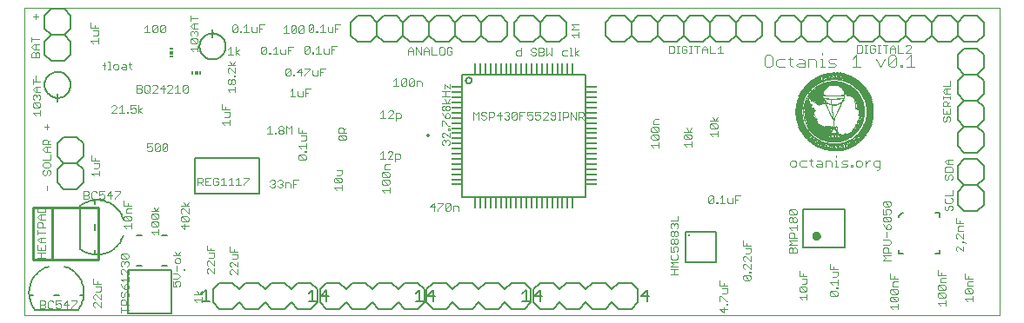
<source format=gto>
G75*
%MOIN*%
%OFA0B0*%
%FSLAX24Y24*%
%IPPOS*%
%LPD*%
%AMOC8*
5,1,8,0,0,1.08239X$1,22.5*
%
%ADD10C,0.0000*%
%ADD11C,0.0040*%
%ADD12C,0.0030*%
%ADD13R,0.0090X0.0010*%
%ADD14R,0.0060X0.0010*%
%ADD15R,0.0350X0.0010*%
%ADD16R,0.0050X0.0010*%
%ADD17R,0.0490X0.0010*%
%ADD18R,0.0040X0.0010*%
%ADD19R,0.0690X0.0010*%
%ADD20R,0.0770X0.0010*%
%ADD21R,0.0840X0.0010*%
%ADD22R,0.0910X0.0010*%
%ADD23R,0.0390X0.0010*%
%ADD24R,0.0020X0.0010*%
%ADD25R,0.0530X0.0010*%
%ADD26R,0.0330X0.0010*%
%ADD27R,0.0010X0.0010*%
%ADD28R,0.0080X0.0010*%
%ADD29R,0.0370X0.0010*%
%ADD30R,0.0270X0.0010*%
%ADD31R,0.0030X0.0010*%
%ADD32R,0.0070X0.0010*%
%ADD33R,0.0310X0.0010*%
%ADD34R,0.0290X0.0010*%
%ADD35R,0.0280X0.0010*%
%ADD36R,0.0200X0.0010*%
%ADD37R,0.0220X0.0010*%
%ADD38R,0.0100X0.0010*%
%ADD39R,0.0190X0.0010*%
%ADD40R,0.0180X0.0010*%
%ADD41R,0.0300X0.0010*%
%ADD42R,0.0160X0.0010*%
%ADD43R,0.0110X0.0010*%
%ADD44R,0.0230X0.0010*%
%ADD45R,0.0170X0.0010*%
%ADD46R,0.0250X0.0010*%
%ADD47R,0.0120X0.0010*%
%ADD48R,0.0130X0.0010*%
%ADD49R,0.0210X0.0010*%
%ADD50R,0.0140X0.0010*%
%ADD51R,0.0150X0.0010*%
%ADD52R,0.0380X0.0010*%
%ADD53R,0.0550X0.0010*%
%ADD54R,0.0600X0.0010*%
%ADD55R,0.0800X0.0010*%
%ADD56R,0.0260X0.0010*%
%ADD57R,0.0580X0.0010*%
%ADD58R,0.0650X0.0010*%
%ADD59R,0.0720X0.0010*%
%ADD60R,0.0780X0.0010*%
%ADD61R,0.0830X0.0010*%
%ADD62R,0.0890X0.0010*%
%ADD63R,0.0930X0.0010*%
%ADD64R,0.0980X0.0010*%
%ADD65R,0.0540X0.0010*%
%ADD66R,0.0560X0.0010*%
%ADD67R,0.0320X0.0010*%
%ADD68R,0.0340X0.0010*%
%ADD69R,0.0240X0.0010*%
%ADD70R,0.0360X0.0010*%
%ADD71R,0.0410X0.0010*%
%ADD72R,0.0440X0.0010*%
%ADD73R,0.0470X0.0010*%
%ADD74R,0.0480X0.0010*%
%ADD75R,0.0500X0.0010*%
%ADD76R,0.0570X0.0010*%
%ADD77R,0.0590X0.0010*%
%ADD78R,0.0620X0.0010*%
%ADD79R,0.0640X0.0010*%
%ADD80R,0.0670X0.0010*%
%ADD81R,0.0680X0.0010*%
%ADD82R,0.0710X0.0010*%
%ADD83R,0.0730X0.0010*%
%ADD84R,0.0740X0.0010*%
%ADD85R,0.0760X0.0010*%
%ADD86R,0.0810X0.0010*%
%ADD87R,0.0820X0.0010*%
%ADD88R,0.0850X0.0010*%
%ADD89R,0.0870X0.0010*%
%ADD90R,0.0900X0.0010*%
%ADD91R,0.0920X0.0010*%
%ADD92R,0.0520X0.0010*%
%ADD93R,0.0510X0.0010*%
%ADD94R,0.0430X0.0010*%
%ADD95R,0.0420X0.0010*%
%ADD96R,0.0460X0.0010*%
%ADD97R,0.0400X0.0010*%
%ADD98R,0.0450X0.0010*%
%ADD99R,0.0660X0.0010*%
%ADD100R,0.0970X0.0010*%
%ADD101C,0.0020*%
%ADD102R,0.0118X0.0059*%
%ADD103R,0.0118X0.0118*%
%ADD104R,0.0059X0.0118*%
%ADD105C,0.0060*%
%ADD106C,0.0050*%
%ADD107R,0.0110X0.0413*%
%ADD108R,0.0413X0.0110*%
%ADD109C,0.0080*%
%ADD110R,0.0098X0.0098*%
%ADD111C,0.0100*%
%ADD112C,0.0138*%
%ADD113C,0.0240*%
%ADD114C,0.0039*%
D10*
X000559Y000331D02*
X000559Y012142D01*
X037929Y012142D01*
X037929Y000331D01*
X000559Y000331D01*
D11*
X028909Y009938D02*
X028985Y009861D01*
X029139Y009861D01*
X029215Y009938D01*
X029215Y010245D01*
X029139Y010321D01*
X028985Y010321D01*
X028909Y010245D01*
X028909Y009938D01*
X029369Y009938D02*
X029446Y009861D01*
X029676Y009861D01*
X029906Y009938D02*
X029983Y009861D01*
X029906Y009938D02*
X029906Y010245D01*
X029829Y010168D02*
X029983Y010168D01*
X030213Y010168D02*
X030366Y010168D01*
X030443Y010091D01*
X030443Y009861D01*
X030213Y009861D01*
X030136Y009938D01*
X030213Y010014D01*
X030443Y010014D01*
X030597Y009861D02*
X030597Y010168D01*
X030827Y010168D01*
X030904Y010091D01*
X030904Y009861D01*
X031057Y009861D02*
X031210Y009861D01*
X031134Y009861D02*
X031134Y010168D01*
X031057Y010168D01*
X031134Y010321D02*
X031134Y010398D01*
X031441Y010168D02*
X031671Y010168D01*
X031594Y010014D02*
X031441Y010014D01*
X031364Y010091D01*
X031441Y010168D01*
X031594Y010014D02*
X031671Y009938D01*
X031594Y009861D01*
X031364Y009861D01*
X032285Y009861D02*
X032592Y009861D01*
X032438Y009861D02*
X032438Y010321D01*
X032285Y010168D01*
X033206Y010168D02*
X033359Y009861D01*
X033512Y010168D01*
X033666Y010245D02*
X033743Y010321D01*
X033896Y010321D01*
X033973Y010245D01*
X033666Y009938D01*
X033743Y009861D01*
X033896Y009861D01*
X033973Y009938D01*
X033973Y010245D01*
X033666Y010245D02*
X033666Y009938D01*
X034126Y009938D02*
X034126Y009861D01*
X034203Y009861D01*
X034203Y009938D01*
X034126Y009938D01*
X034357Y009861D02*
X034663Y009861D01*
X034510Y009861D02*
X034510Y010321D01*
X034357Y010168D01*
X029676Y010168D02*
X029446Y010168D01*
X029369Y010091D01*
X029369Y009938D01*
D12*
X027312Y010386D02*
X027119Y010386D01*
X027216Y010386D02*
X027216Y010676D01*
X027119Y010579D01*
X027018Y010386D02*
X026824Y010386D01*
X026824Y010676D01*
X026723Y010579D02*
X026626Y010676D01*
X026530Y010579D01*
X026530Y010386D01*
X026530Y010531D02*
X026723Y010531D01*
X026723Y010579D02*
X026723Y010386D01*
X026332Y010386D02*
X026332Y010676D01*
X026428Y010676D02*
X026235Y010676D01*
X026135Y010676D02*
X026038Y010676D01*
X026087Y010676D02*
X026087Y010386D01*
X026135Y010386D02*
X026038Y010386D01*
X025937Y010434D02*
X025937Y010531D01*
X025841Y010531D01*
X025937Y010434D02*
X025889Y010386D01*
X025792Y010386D01*
X025744Y010434D01*
X025744Y010628D01*
X025792Y010676D01*
X025889Y010676D01*
X025937Y010628D01*
X025644Y010676D02*
X025547Y010676D01*
X025596Y010676D02*
X025596Y010386D01*
X025644Y010386D02*
X025547Y010386D01*
X025446Y010434D02*
X025446Y010628D01*
X025398Y010676D01*
X025253Y010676D01*
X025253Y010386D01*
X025398Y010386D01*
X025446Y010434D01*
X021788Y010499D02*
X021643Y010403D01*
X021788Y010306D01*
X021643Y010306D02*
X021643Y010596D01*
X021494Y010596D02*
X021494Y010306D01*
X021446Y010306D02*
X021543Y010306D01*
X021345Y010306D02*
X021200Y010306D01*
X021151Y010354D01*
X021151Y010451D01*
X021200Y010499D01*
X021345Y010499D01*
X021446Y010596D02*
X021494Y010596D01*
X020756Y010596D02*
X020756Y010306D01*
X020659Y010403D01*
X020562Y010306D01*
X020562Y010596D01*
X020461Y010548D02*
X020461Y010499D01*
X020413Y010451D01*
X020267Y010451D01*
X020166Y010403D02*
X020166Y010354D01*
X020118Y010306D01*
X020021Y010306D01*
X019973Y010354D01*
X020021Y010451D02*
X020118Y010451D01*
X020166Y010403D01*
X020267Y010306D02*
X020413Y010306D01*
X020461Y010354D01*
X020461Y010403D01*
X020413Y010451D01*
X020461Y010548D02*
X020413Y010596D01*
X020267Y010596D01*
X020267Y010306D01*
X020021Y010451D02*
X019973Y010499D01*
X019973Y010548D01*
X020021Y010596D01*
X020118Y010596D01*
X020166Y010548D01*
X019577Y010596D02*
X019577Y010306D01*
X019432Y010306D01*
X019384Y010354D01*
X019384Y010451D01*
X019432Y010499D01*
X019577Y010499D01*
X021513Y011103D02*
X021804Y011103D01*
X021804Y011007D02*
X021804Y011200D01*
X021804Y011301D02*
X021513Y011301D01*
X021610Y011398D01*
X021513Y011495D01*
X021804Y011495D01*
X021513Y011103D02*
X021610Y011007D01*
X016940Y010578D02*
X016892Y010626D01*
X016795Y010626D01*
X016747Y010578D01*
X016747Y010384D01*
X016795Y010336D01*
X016892Y010336D01*
X016940Y010384D01*
X016940Y010481D01*
X016844Y010481D01*
X016646Y010384D02*
X016597Y010336D01*
X016501Y010336D01*
X016452Y010384D01*
X016452Y010578D01*
X016501Y010626D01*
X016597Y010626D01*
X016646Y010578D01*
X016646Y010384D01*
X016351Y010336D02*
X016157Y010336D01*
X016157Y010626D01*
X016056Y010529D02*
X016056Y010336D01*
X016056Y010481D02*
X015863Y010481D01*
X015863Y010529D02*
X015863Y010336D01*
X015762Y010336D02*
X015762Y010626D01*
X015863Y010529D02*
X015960Y010626D01*
X016056Y010529D01*
X015762Y010336D02*
X015568Y010626D01*
X015568Y010336D01*
X015467Y010336D02*
X015467Y010529D01*
X015370Y010626D01*
X015274Y010529D01*
X015274Y010336D01*
X015274Y010481D02*
X015467Y010481D01*
X012571Y011343D02*
X012474Y011343D01*
X012373Y011391D02*
X012373Y011198D01*
X012228Y011198D01*
X012179Y011246D01*
X012179Y011391D01*
X012078Y011198D02*
X011884Y011198D01*
X011981Y011198D02*
X011981Y011488D01*
X011884Y011391D01*
X011786Y011246D02*
X011786Y011198D01*
X011737Y011198D01*
X011737Y011246D01*
X011786Y011246D01*
X011636Y011246D02*
X011588Y011198D01*
X011491Y011198D01*
X011443Y011246D01*
X011636Y011440D01*
X011636Y011246D01*
X011443Y011246D02*
X011443Y011440D01*
X011491Y011488D01*
X011588Y011488D01*
X011636Y011440D01*
X011266Y011408D02*
X011073Y011214D01*
X011121Y011166D01*
X011218Y011166D01*
X011266Y011214D01*
X011266Y011408D01*
X011218Y011456D01*
X011121Y011456D01*
X011073Y011408D01*
X011073Y011214D01*
X010972Y011214D02*
X010923Y011166D01*
X010827Y011166D01*
X010778Y011214D01*
X010972Y011408D01*
X010972Y011214D01*
X010778Y011214D02*
X010778Y011408D01*
X010827Y011456D01*
X010923Y011456D01*
X010972Y011408D01*
X010580Y011456D02*
X010484Y011359D01*
X010580Y011456D02*
X010580Y011166D01*
X010484Y011166D02*
X010677Y011166D01*
X009752Y011486D02*
X009559Y011486D01*
X009559Y011196D01*
X009458Y011196D02*
X009458Y011389D01*
X009559Y011341D02*
X009656Y011341D01*
X009458Y011196D02*
X009313Y011196D01*
X009264Y011244D01*
X009264Y011389D01*
X009163Y011196D02*
X008970Y011196D01*
X009066Y011196D02*
X009066Y011486D01*
X008970Y011389D01*
X008871Y011244D02*
X008871Y011196D01*
X008822Y011196D01*
X008822Y011244D01*
X008871Y011244D01*
X008721Y011244D02*
X008673Y011196D01*
X008576Y011196D01*
X008528Y011244D01*
X008721Y011438D01*
X008721Y011244D01*
X008528Y011244D02*
X008528Y011438D01*
X008576Y011486D01*
X008673Y011486D01*
X008721Y011438D01*
X007203Y011352D02*
X007009Y011352D01*
X006912Y011448D01*
X007009Y011545D01*
X007203Y011545D01*
X007057Y011545D02*
X007057Y011352D01*
X007009Y011251D02*
X007057Y011202D01*
X007106Y011251D01*
X007154Y011251D01*
X007203Y011202D01*
X007203Y011105D01*
X007154Y011057D01*
X007154Y010956D02*
X007203Y010908D01*
X007203Y010811D01*
X007154Y010762D01*
X006961Y010956D01*
X007154Y010956D01*
X006961Y010956D02*
X006912Y010908D01*
X006912Y010811D01*
X006961Y010762D01*
X007154Y010762D01*
X007203Y010661D02*
X007203Y010468D01*
X007203Y010565D02*
X006912Y010565D01*
X007009Y010468D01*
X008353Y010529D02*
X008450Y010626D01*
X008450Y010336D01*
X008353Y010336D02*
X008547Y010336D01*
X008648Y010336D02*
X008648Y010626D01*
X008793Y010529D02*
X008648Y010433D01*
X008793Y010336D01*
X008634Y010076D02*
X008537Y009930D01*
X008440Y010076D01*
X008343Y009930D02*
X008634Y009930D01*
X008634Y009829D02*
X008634Y009636D01*
X008440Y009829D01*
X008392Y009829D01*
X008343Y009781D01*
X008343Y009684D01*
X008392Y009636D01*
X008585Y009537D02*
X008634Y009537D01*
X008634Y009488D01*
X008585Y009488D01*
X008585Y009537D01*
X008585Y009387D02*
X008634Y009339D01*
X008634Y009242D01*
X008585Y009194D01*
X008537Y009194D01*
X008488Y009242D01*
X008488Y009339D01*
X008537Y009387D01*
X008585Y009387D01*
X008488Y009339D02*
X008440Y009387D01*
X008392Y009387D01*
X008343Y009339D01*
X008343Y009242D01*
X008392Y009194D01*
X008440Y009194D01*
X008488Y009242D01*
X008634Y009093D02*
X008634Y008899D01*
X008634Y008996D02*
X008343Y008996D01*
X008440Y008899D01*
X008123Y008419D02*
X008123Y008225D01*
X008414Y008225D01*
X008414Y008124D02*
X008220Y008124D01*
X008268Y008225D02*
X008268Y008322D01*
X008414Y008124D02*
X008414Y007979D01*
X008365Y007931D01*
X008220Y007931D01*
X008414Y007829D02*
X008414Y007636D01*
X008414Y007733D02*
X008123Y007733D01*
X008220Y007636D01*
X009854Y007489D02*
X009950Y007586D01*
X009950Y007296D01*
X009854Y007296D02*
X010047Y007296D01*
X010148Y007296D02*
X010197Y007296D01*
X010197Y007344D01*
X010148Y007344D01*
X010148Y007296D01*
X010296Y007344D02*
X010296Y007393D01*
X010344Y007441D01*
X010441Y007441D01*
X010489Y007393D01*
X010489Y007344D01*
X010441Y007296D01*
X010344Y007296D01*
X010296Y007344D01*
X010344Y007441D02*
X010296Y007489D01*
X010296Y007538D01*
X010344Y007586D01*
X010441Y007586D01*
X010489Y007538D01*
X010489Y007489D01*
X010441Y007441D01*
X010590Y007296D02*
X010590Y007586D01*
X010687Y007489D01*
X010784Y007586D01*
X010784Y007296D01*
X011053Y007331D02*
X011053Y007525D01*
X011198Y007428D02*
X011198Y007331D01*
X011150Y007230D02*
X011344Y007230D01*
X011344Y007085D01*
X011295Y007037D01*
X011150Y007037D01*
X011344Y006935D02*
X011344Y006742D01*
X011344Y006839D02*
X011053Y006839D01*
X011150Y006742D01*
X011295Y006643D02*
X011344Y006643D01*
X011344Y006595D01*
X011295Y006595D01*
X011295Y006643D01*
X011295Y006494D02*
X011344Y006445D01*
X011344Y006348D01*
X011295Y006300D01*
X011102Y006494D01*
X011295Y006494D01*
X011102Y006494D02*
X011053Y006445D01*
X011053Y006348D01*
X011102Y006300D01*
X011295Y006300D01*
X012515Y005911D02*
X012709Y005911D01*
X012709Y005766D01*
X012661Y005718D01*
X012515Y005718D01*
X012467Y005616D02*
X012661Y005423D01*
X012709Y005471D01*
X012709Y005568D01*
X012661Y005616D01*
X012467Y005616D01*
X012419Y005568D01*
X012419Y005471D01*
X012467Y005423D01*
X012661Y005423D01*
X012709Y005322D02*
X012709Y005128D01*
X012709Y005225D02*
X012419Y005225D01*
X012515Y005128D01*
X011042Y005529D02*
X010849Y005529D01*
X010849Y005239D01*
X010747Y005239D02*
X010747Y005384D01*
X010699Y005432D01*
X010554Y005432D01*
X010554Y005239D01*
X010453Y005287D02*
X010404Y005239D01*
X010308Y005239D01*
X010259Y005287D01*
X010158Y005287D02*
X010110Y005239D01*
X010013Y005239D01*
X009965Y005287D01*
X010061Y005384D02*
X010110Y005384D01*
X010158Y005336D01*
X010158Y005287D01*
X010110Y005384D02*
X010158Y005432D01*
X010158Y005481D01*
X010110Y005529D01*
X010013Y005529D01*
X009965Y005481D01*
X010259Y005481D02*
X010308Y005529D01*
X010404Y005529D01*
X010453Y005481D01*
X010453Y005432D01*
X010404Y005384D01*
X010453Y005336D01*
X010453Y005287D01*
X010404Y005384D02*
X010356Y005384D01*
X010849Y005384D02*
X010945Y005384D01*
X009162Y005568D02*
X008969Y005374D01*
X008969Y005326D01*
X008868Y005326D02*
X008674Y005326D01*
X008771Y005326D02*
X008771Y005616D01*
X008674Y005519D01*
X008476Y005616D02*
X008476Y005326D01*
X008380Y005326D02*
X008573Y005326D01*
X008278Y005326D02*
X008085Y005326D01*
X008182Y005326D02*
X008182Y005616D01*
X008085Y005519D01*
X007984Y005471D02*
X007887Y005471D01*
X007984Y005471D02*
X007984Y005374D01*
X007935Y005326D01*
X007839Y005326D01*
X007790Y005374D01*
X007790Y005568D01*
X007839Y005616D01*
X007935Y005616D01*
X007984Y005568D01*
X007689Y005616D02*
X007496Y005616D01*
X007496Y005326D01*
X007689Y005326D01*
X007592Y005471D02*
X007496Y005471D01*
X007394Y005471D02*
X007346Y005423D01*
X007201Y005423D01*
X007298Y005423D02*
X007394Y005326D01*
X007394Y005471D02*
X007394Y005568D01*
X007346Y005616D01*
X007201Y005616D01*
X007201Y005326D01*
X008380Y005519D02*
X008476Y005616D01*
X008969Y005616D02*
X009162Y005616D01*
X009162Y005568D01*
X006844Y004666D02*
X006747Y004520D01*
X006650Y004666D01*
X006553Y004520D02*
X006844Y004520D01*
X006844Y004419D02*
X006844Y004226D01*
X006650Y004419D01*
X006602Y004419D01*
X006553Y004371D01*
X006553Y004274D01*
X006602Y004226D01*
X006602Y004125D02*
X006795Y003931D01*
X006844Y003979D01*
X006844Y004076D01*
X006795Y004125D01*
X006602Y004125D01*
X006553Y004076D01*
X006553Y003979D01*
X006602Y003931D01*
X006795Y003931D01*
X006698Y003830D02*
X006698Y003636D01*
X006553Y003782D01*
X006844Y003782D01*
X005704Y003779D02*
X005655Y003731D01*
X005462Y003925D01*
X005655Y003925D01*
X005704Y003876D01*
X005704Y003779D01*
X005655Y003731D02*
X005462Y003731D01*
X005413Y003779D01*
X005413Y003876D01*
X005462Y003925D01*
X005462Y004026D02*
X005413Y004074D01*
X005413Y004171D01*
X005462Y004219D01*
X005655Y004026D01*
X005704Y004074D01*
X005704Y004171D01*
X005655Y004219D01*
X005462Y004219D01*
X005413Y004320D02*
X005704Y004320D01*
X005607Y004320D02*
X005510Y004466D01*
X005607Y004320D02*
X005704Y004466D01*
X004654Y004446D02*
X004508Y004446D01*
X004460Y004398D01*
X004460Y004253D01*
X004654Y004253D01*
X004605Y004151D02*
X004412Y004151D01*
X004605Y003958D01*
X004654Y004006D01*
X004654Y004103D01*
X004605Y004151D01*
X004412Y004151D02*
X004363Y004103D01*
X004363Y004006D01*
X004412Y003958D01*
X004605Y003958D01*
X004654Y003857D02*
X004654Y003663D01*
X004654Y003760D02*
X004363Y003760D01*
X004460Y003663D01*
X005413Y003533D02*
X005510Y003436D01*
X005413Y003533D02*
X005704Y003533D01*
X005704Y003436D02*
X005704Y003630D01*
X005655Y004026D02*
X005462Y004026D01*
X004654Y004547D02*
X004363Y004547D01*
X004363Y004741D01*
X004508Y004644D02*
X004508Y004547D01*
X004016Y004801D02*
X004016Y004849D01*
X004210Y005043D01*
X004210Y005091D01*
X004016Y005091D01*
X003867Y005091D02*
X003722Y004946D01*
X003915Y004946D01*
X003867Y004801D02*
X003867Y005091D01*
X003620Y005091D02*
X003427Y005091D01*
X003427Y004946D01*
X003524Y004994D01*
X003572Y004994D01*
X003620Y004946D01*
X003620Y004849D01*
X003572Y004801D01*
X003475Y004801D01*
X003427Y004849D01*
X003326Y004849D02*
X003277Y004801D01*
X003181Y004801D01*
X003132Y004849D01*
X003132Y005043D01*
X003181Y005091D01*
X003277Y005091D01*
X003326Y005043D01*
X003031Y005043D02*
X003031Y004994D01*
X002983Y004946D01*
X002838Y004946D01*
X002983Y004946D02*
X003031Y004898D01*
X003031Y004849D01*
X002983Y004801D01*
X002838Y004801D01*
X002838Y005091D01*
X002983Y005091D01*
X003031Y005043D01*
X001408Y005121D02*
X001408Y005314D01*
X001360Y005710D02*
X001408Y005758D01*
X001408Y005855D01*
X001457Y005904D01*
X001505Y005904D01*
X001554Y005855D01*
X001554Y005758D01*
X001505Y005710D01*
X001360Y005710D02*
X001312Y005710D01*
X001263Y005758D01*
X001263Y005855D01*
X001312Y005904D01*
X001312Y006005D02*
X001505Y006005D01*
X001554Y006053D01*
X001554Y006150D01*
X001505Y006198D01*
X001312Y006198D01*
X001263Y006150D01*
X001263Y006053D01*
X001312Y006005D01*
X001263Y006299D02*
X001554Y006299D01*
X001554Y006493D01*
X001554Y006594D02*
X001360Y006594D01*
X001263Y006691D01*
X001360Y006788D01*
X001554Y006788D01*
X001554Y006889D02*
X001263Y006889D01*
X001263Y007034D01*
X001312Y007082D01*
X001408Y007082D01*
X001457Y007034D01*
X001457Y006889D01*
X001457Y006985D02*
X001554Y007082D01*
X001408Y006788D02*
X001408Y006594D01*
X003123Y006470D02*
X003123Y006276D01*
X003414Y006276D01*
X003414Y006175D02*
X003220Y006175D01*
X003268Y006276D02*
X003268Y006373D01*
X003414Y006175D02*
X003414Y006030D01*
X003365Y005981D01*
X003220Y005981D01*
X003414Y005880D02*
X003414Y005687D01*
X003414Y005784D02*
X003123Y005784D01*
X003220Y005687D01*
X005254Y006679D02*
X005302Y006631D01*
X005399Y006631D01*
X005447Y006679D01*
X005447Y006776D01*
X005399Y006824D01*
X005350Y006824D01*
X005254Y006776D01*
X005254Y006921D01*
X005447Y006921D01*
X005548Y006873D02*
X005597Y006921D01*
X005693Y006921D01*
X005742Y006873D01*
X005548Y006679D01*
X005597Y006631D01*
X005693Y006631D01*
X005742Y006679D01*
X005742Y006873D01*
X005843Y006873D02*
X005891Y006921D01*
X005988Y006921D01*
X006036Y006873D01*
X005843Y006679D01*
X005891Y006631D01*
X005988Y006631D01*
X006036Y006679D01*
X006036Y006873D01*
X005843Y006873D02*
X005843Y006679D01*
X005548Y006679D02*
X005548Y006873D01*
X005070Y008101D02*
X004925Y008197D01*
X005070Y008294D01*
X004925Y008391D02*
X004925Y008101D01*
X004824Y008149D02*
X004775Y008101D01*
X004679Y008101D01*
X004630Y008149D01*
X004630Y008246D02*
X004727Y008294D01*
X004775Y008294D01*
X004824Y008246D01*
X004824Y008149D01*
X004630Y008246D02*
X004630Y008391D01*
X004824Y008391D01*
X004285Y008391D02*
X004188Y008294D01*
X004087Y008294D02*
X003894Y008101D01*
X004087Y008101D01*
X004188Y008101D02*
X004382Y008101D01*
X004285Y008101D02*
X004285Y008391D01*
X004087Y008343D02*
X004087Y008294D01*
X004087Y008343D02*
X004039Y008391D01*
X003942Y008391D01*
X003894Y008343D01*
X004483Y008149D02*
X004531Y008149D01*
X004531Y008101D01*
X004483Y008101D01*
X004483Y008149D01*
X001505Y007575D02*
X001312Y007575D01*
X001408Y007671D02*
X001408Y007478D01*
X001174Y008017D02*
X001174Y008211D01*
X001174Y008114D02*
X000883Y008114D01*
X000980Y008017D01*
X000932Y008312D02*
X000883Y008361D01*
X000883Y008457D01*
X000932Y008506D01*
X001125Y008312D01*
X001174Y008361D01*
X001174Y008457D01*
X001125Y008506D01*
X000932Y008506D01*
X000932Y008607D02*
X000883Y008655D01*
X000883Y008752D01*
X000932Y008800D01*
X000980Y008800D01*
X001028Y008752D01*
X001077Y008800D01*
X001125Y008800D01*
X001174Y008752D01*
X001174Y008655D01*
X001125Y008607D01*
X001028Y008704D02*
X001028Y008752D01*
X001028Y008901D02*
X001028Y009095D01*
X000980Y009095D02*
X001174Y009095D01*
X001174Y008901D02*
X000980Y008901D01*
X000883Y008998D01*
X000980Y009095D01*
X000883Y009196D02*
X000883Y009390D01*
X000883Y009293D02*
X001174Y009293D01*
X000978Y009349D02*
X000978Y009542D01*
X000978Y010233D02*
X000978Y010378D01*
X001027Y010426D01*
X001075Y010426D01*
X001124Y010378D01*
X001124Y010233D01*
X000833Y010233D01*
X000833Y010378D01*
X000882Y010426D01*
X000930Y010426D01*
X000978Y010378D01*
X000978Y010527D02*
X000978Y010721D01*
X000930Y010721D02*
X001124Y010721D01*
X001124Y010527D02*
X000930Y010527D01*
X000833Y010624D01*
X000930Y010721D01*
X000833Y010822D02*
X000833Y011016D01*
X000833Y010919D02*
X001124Y010919D01*
X000978Y011706D02*
X000978Y011900D01*
X000882Y011803D02*
X001075Y011803D01*
X003103Y011560D02*
X003103Y011366D01*
X003394Y011366D01*
X003394Y011265D02*
X003200Y011265D01*
X003248Y011366D02*
X003248Y011463D01*
X003394Y011265D02*
X003394Y011120D01*
X003345Y011071D01*
X003200Y011071D01*
X003394Y010970D02*
X003394Y010777D01*
X003394Y010874D02*
X003103Y010874D01*
X003200Y010777D01*
X005174Y011186D02*
X005367Y011186D01*
X005270Y011186D02*
X005270Y011476D01*
X005174Y011379D01*
X005468Y011428D02*
X005468Y011234D01*
X005662Y011428D01*
X005662Y011234D01*
X005613Y011186D01*
X005517Y011186D01*
X005468Y011234D01*
X005763Y011234D02*
X005956Y011428D01*
X005956Y011234D01*
X005908Y011186D01*
X005811Y011186D01*
X005763Y011234D01*
X005763Y011428D01*
X005811Y011476D01*
X005908Y011476D01*
X005956Y011428D01*
X005662Y011428D02*
X005613Y011476D01*
X005517Y011476D01*
X005468Y011428D01*
X006912Y011646D02*
X006912Y011840D01*
X006912Y011743D02*
X007203Y011743D01*
X007009Y011251D02*
X006961Y011251D01*
X006912Y011202D01*
X006912Y011105D01*
X006961Y011057D01*
X007057Y011154D02*
X007057Y011202D01*
X009638Y010598D02*
X009638Y010404D01*
X009831Y010598D01*
X009831Y010404D01*
X009783Y010356D01*
X009686Y010356D01*
X009638Y010404D01*
X009638Y010598D02*
X009686Y010646D01*
X009783Y010646D01*
X009831Y010598D01*
X009932Y010404D02*
X009981Y010404D01*
X009981Y010356D01*
X009932Y010356D01*
X009932Y010404D01*
X010080Y010356D02*
X010273Y010356D01*
X010176Y010356D02*
X010176Y010646D01*
X010080Y010549D01*
X010374Y010549D02*
X010374Y010404D01*
X010423Y010356D01*
X010568Y010356D01*
X010568Y010549D01*
X010669Y010501D02*
X010766Y010501D01*
X010669Y010356D02*
X010669Y010646D01*
X010862Y010646D01*
X011287Y010620D02*
X011335Y010668D01*
X011432Y010668D01*
X011480Y010620D01*
X011287Y010426D01*
X011335Y010378D01*
X011432Y010378D01*
X011480Y010426D01*
X011480Y010620D01*
X011287Y010620D02*
X011287Y010426D01*
X011581Y010426D02*
X011581Y010378D01*
X011630Y010378D01*
X011630Y010426D01*
X011581Y010426D01*
X011729Y010378D02*
X011922Y010378D01*
X011825Y010378D02*
X011825Y010668D01*
X011729Y010571D01*
X012023Y010571D02*
X012023Y010426D01*
X012072Y010378D01*
X012217Y010378D01*
X012217Y010571D01*
X012318Y010523D02*
X012415Y010523D01*
X012511Y010668D02*
X012318Y010668D01*
X012318Y010378D01*
X012083Y009816D02*
X011889Y009816D01*
X011889Y009526D01*
X011788Y009526D02*
X011788Y009719D01*
X011889Y009671D02*
X011986Y009671D01*
X011788Y009526D02*
X011643Y009526D01*
X011595Y009574D01*
X011595Y009719D01*
X011494Y009768D02*
X011300Y009574D01*
X011300Y009526D01*
X011151Y009526D02*
X011151Y009816D01*
X011006Y009671D01*
X011199Y009671D01*
X011300Y009816D02*
X011494Y009816D01*
X011494Y009768D01*
X010907Y009574D02*
X010907Y009526D01*
X010858Y009526D01*
X010858Y009574D01*
X010907Y009574D01*
X010757Y009574D02*
X010709Y009526D01*
X010612Y009526D01*
X010564Y009574D01*
X010757Y009768D01*
X010757Y009574D01*
X010564Y009574D02*
X010564Y009768D01*
X010612Y009816D01*
X010709Y009816D01*
X010757Y009768D01*
X010840Y009026D02*
X010840Y008736D01*
X010744Y008736D02*
X010937Y008736D01*
X011038Y008784D02*
X011038Y008929D01*
X011038Y008784D02*
X011087Y008736D01*
X011232Y008736D01*
X011232Y008929D01*
X011333Y008881D02*
X011430Y008881D01*
X011526Y009026D02*
X011333Y009026D01*
X011333Y008736D01*
X010840Y009026D02*
X010744Y008929D01*
X014204Y008089D02*
X014300Y008186D01*
X014300Y007896D01*
X014204Y007896D02*
X014397Y007896D01*
X014498Y007896D02*
X014692Y008089D01*
X014692Y008138D01*
X014643Y008186D01*
X014547Y008186D01*
X014498Y008138D01*
X014793Y008089D02*
X014938Y008089D01*
X014986Y008041D01*
X014986Y007944D01*
X014938Y007896D01*
X014793Y007896D01*
X014793Y007799D02*
X014793Y008089D01*
X014692Y007896D02*
X014498Y007896D01*
X012884Y007545D02*
X012787Y007448D01*
X012787Y007496D02*
X012787Y007351D01*
X012884Y007351D02*
X012593Y007351D01*
X012593Y007496D01*
X012642Y007545D01*
X012738Y007545D01*
X012787Y007496D01*
X012835Y007250D02*
X012884Y007202D01*
X012884Y007105D01*
X012835Y007057D01*
X012642Y007250D01*
X012835Y007250D01*
X012642Y007250D02*
X012593Y007202D01*
X012593Y007105D01*
X012642Y007057D01*
X012835Y007057D01*
X014184Y006529D02*
X014280Y006626D01*
X014280Y006336D01*
X014184Y006336D02*
X014377Y006336D01*
X014478Y006336D02*
X014672Y006529D01*
X014672Y006578D01*
X014623Y006626D01*
X014527Y006626D01*
X014478Y006578D01*
X014773Y006529D02*
X014918Y006529D01*
X014966Y006481D01*
X014966Y006384D01*
X014918Y006336D01*
X014773Y006336D01*
X014773Y006239D02*
X014773Y006529D01*
X014672Y006336D02*
X014478Y006336D01*
X014544Y006123D02*
X014398Y006123D01*
X014350Y006075D01*
X014350Y005930D01*
X014544Y005930D01*
X014495Y005829D02*
X014302Y005829D01*
X014495Y005635D01*
X014544Y005684D01*
X014544Y005780D01*
X014495Y005829D01*
X014302Y005829D02*
X014253Y005780D01*
X014253Y005684D01*
X014302Y005635D01*
X014495Y005635D01*
X014495Y005534D02*
X014544Y005486D01*
X014544Y005389D01*
X014495Y005341D01*
X014302Y005534D01*
X014495Y005534D01*
X014302Y005534D02*
X014253Y005486D01*
X014253Y005389D01*
X014302Y005341D01*
X014495Y005341D01*
X014544Y005239D02*
X014544Y005046D01*
X014544Y005143D02*
X014253Y005143D01*
X014350Y005046D01*
X016104Y004491D02*
X016297Y004491D01*
X016398Y004394D02*
X016398Y004346D01*
X016398Y004394D02*
X016592Y004588D01*
X016592Y004636D01*
X016398Y004636D01*
X016249Y004636D02*
X016104Y004491D01*
X016249Y004346D02*
X016249Y004636D01*
X016693Y004588D02*
X016741Y004636D01*
X016838Y004636D01*
X016886Y004588D01*
X016693Y004394D01*
X016741Y004346D01*
X016838Y004346D01*
X016886Y004394D01*
X016886Y004588D01*
X016987Y004539D02*
X017133Y004539D01*
X017181Y004491D01*
X017181Y004346D01*
X016987Y004346D02*
X016987Y004539D01*
X016693Y004588D02*
X016693Y004394D01*
X016608Y006862D02*
X016560Y006911D01*
X016560Y007008D01*
X016608Y007056D01*
X016656Y007056D01*
X016705Y007008D01*
X016753Y007056D01*
X016802Y007056D01*
X016850Y007008D01*
X016850Y006911D01*
X016802Y006862D01*
X016705Y006959D02*
X016705Y007008D01*
X016608Y007157D02*
X016560Y007205D01*
X016560Y007302D01*
X016608Y007351D01*
X016656Y007351D01*
X016850Y007157D01*
X016850Y007351D01*
X016850Y007452D02*
X016850Y007500D01*
X016802Y007500D01*
X016802Y007452D01*
X016850Y007452D01*
X016850Y007599D02*
X016802Y007599D01*
X016608Y007793D01*
X016560Y007793D01*
X016560Y007599D01*
X016705Y007894D02*
X016705Y008039D01*
X016753Y008087D01*
X016802Y008087D01*
X016850Y008039D01*
X016850Y007942D01*
X016802Y007894D01*
X016705Y007894D01*
X016608Y007990D01*
X016560Y008087D01*
X016608Y008188D02*
X016656Y008188D01*
X016705Y008237D01*
X016705Y008333D01*
X016753Y008382D01*
X016802Y008382D01*
X016850Y008333D01*
X016850Y008237D01*
X016802Y008188D01*
X016753Y008188D01*
X016705Y008237D01*
X016705Y008333D02*
X016656Y008382D01*
X016608Y008382D01*
X016560Y008333D01*
X016560Y008237D01*
X016608Y008188D01*
X016560Y008483D02*
X016850Y008483D01*
X016753Y008483D02*
X016656Y008628D01*
X016705Y008729D02*
X016705Y008922D01*
X016656Y009023D02*
X016656Y009217D01*
X016850Y009023D01*
X016850Y009217D01*
X016850Y008922D02*
X016560Y008922D01*
X016560Y008729D02*
X016850Y008729D01*
X016850Y008628D02*
X016753Y008483D01*
X017767Y008138D02*
X017864Y008041D01*
X017961Y008138D01*
X017961Y007848D01*
X018062Y007896D02*
X018110Y007848D01*
X018207Y007848D01*
X018255Y007896D01*
X018255Y007945D01*
X018207Y007993D01*
X018110Y007993D01*
X018062Y008041D01*
X018062Y008090D01*
X018110Y008138D01*
X018207Y008138D01*
X018255Y008090D01*
X018357Y008138D02*
X018502Y008138D01*
X018550Y008090D01*
X018550Y007993D01*
X018502Y007945D01*
X018357Y007945D01*
X018357Y007848D02*
X018357Y008138D01*
X018651Y007993D02*
X018845Y007993D01*
X018946Y008090D02*
X018994Y008138D01*
X019091Y008138D01*
X019139Y008090D01*
X019139Y008041D01*
X019091Y007993D01*
X019139Y007945D01*
X019139Y007896D01*
X019091Y007848D01*
X018994Y007848D01*
X018946Y007896D01*
X019043Y007993D02*
X019091Y007993D01*
X019240Y007896D02*
X019240Y008090D01*
X019289Y008138D01*
X019386Y008138D01*
X019434Y008090D01*
X019240Y007896D01*
X019289Y007848D01*
X019386Y007848D01*
X019434Y007896D01*
X019434Y008090D01*
X019535Y008138D02*
X019729Y008138D01*
X019830Y008138D02*
X019830Y007993D01*
X019927Y008041D01*
X019975Y008041D01*
X020023Y007993D01*
X020023Y007896D01*
X019975Y007848D01*
X019878Y007848D01*
X019830Y007896D01*
X019632Y007993D02*
X019535Y007993D01*
X019535Y007848D02*
X019535Y008138D01*
X019830Y008138D02*
X020023Y008138D01*
X020124Y008138D02*
X020124Y007993D01*
X020221Y008041D01*
X020270Y008041D01*
X020318Y007993D01*
X020318Y007896D01*
X020270Y007848D01*
X020173Y007848D01*
X020124Y007896D01*
X020419Y007848D02*
X020613Y008041D01*
X020613Y008090D01*
X020564Y008138D01*
X020467Y008138D01*
X020419Y008090D01*
X020318Y008138D02*
X020124Y008138D01*
X020419Y007848D02*
X020613Y007848D01*
X020714Y007896D02*
X020762Y007848D01*
X020859Y007848D01*
X020907Y007896D01*
X020907Y008090D01*
X020859Y008138D01*
X020762Y008138D01*
X020714Y008090D01*
X020714Y008041D01*
X020762Y007993D01*
X020907Y007993D01*
X021008Y008138D02*
X021105Y008138D01*
X021057Y008138D02*
X021057Y007848D01*
X021105Y007848D02*
X021008Y007848D01*
X021205Y007848D02*
X021205Y008138D01*
X021350Y008138D01*
X021398Y008090D01*
X021398Y007993D01*
X021350Y007945D01*
X021205Y007945D01*
X021499Y007848D02*
X021499Y008138D01*
X021693Y007848D01*
X021693Y008138D01*
X021794Y008138D02*
X021939Y008138D01*
X021988Y008090D01*
X021988Y007993D01*
X021939Y007945D01*
X021794Y007945D01*
X021891Y007945D02*
X021988Y007848D01*
X021794Y007848D02*
X021794Y008138D01*
X024573Y007510D02*
X024573Y007414D01*
X024622Y007365D01*
X024815Y007365D01*
X024622Y007559D01*
X024815Y007559D01*
X024864Y007510D01*
X024864Y007414D01*
X024815Y007365D01*
X024815Y007264D02*
X024622Y007264D01*
X024815Y007071D01*
X024864Y007119D01*
X024864Y007216D01*
X024815Y007264D01*
X024622Y007264D02*
X024573Y007216D01*
X024573Y007119D01*
X024622Y007071D01*
X024815Y007071D01*
X024864Y006969D02*
X024864Y006776D01*
X024864Y006873D02*
X024573Y006873D01*
X024670Y006776D01*
X025823Y006893D02*
X026114Y006893D01*
X026114Y006989D02*
X026114Y006796D01*
X025920Y006796D02*
X025823Y006893D01*
X025872Y007091D02*
X025823Y007139D01*
X025823Y007236D01*
X025872Y007284D01*
X026065Y007091D01*
X026114Y007139D01*
X026114Y007236D01*
X026065Y007284D01*
X025872Y007284D01*
X025823Y007385D02*
X026114Y007385D01*
X026017Y007385D02*
X025920Y007530D01*
X026017Y007385D02*
X026114Y007530D01*
X026823Y007549D02*
X026823Y007646D01*
X026872Y007694D01*
X027065Y007501D01*
X027114Y007549D01*
X027114Y007646D01*
X027065Y007694D01*
X026872Y007694D01*
X026823Y007795D02*
X027114Y007795D01*
X027017Y007795D02*
X026920Y007940D01*
X027017Y007795D02*
X027114Y007940D01*
X027065Y007501D02*
X026872Y007501D01*
X026823Y007549D01*
X027114Y007399D02*
X027114Y007206D01*
X027114Y007303D02*
X026823Y007303D01*
X026920Y007206D01*
X026065Y007091D02*
X025872Y007091D01*
X024864Y007660D02*
X024670Y007660D01*
X024670Y007805D01*
X024718Y007853D01*
X024864Y007853D01*
X024622Y007559D02*
X024573Y007510D01*
X029894Y006211D02*
X029894Y006088D01*
X029955Y006026D01*
X030079Y006026D01*
X030140Y006088D01*
X030140Y006211D01*
X030079Y006273D01*
X029955Y006273D01*
X029894Y006211D01*
X030262Y006211D02*
X030262Y006088D01*
X030324Y006026D01*
X030509Y006026D01*
X030692Y006088D02*
X030754Y006026D01*
X030692Y006088D02*
X030692Y006335D01*
X030630Y006273D02*
X030754Y006273D01*
X030937Y006273D02*
X031061Y006273D01*
X031123Y006211D01*
X031123Y006026D01*
X030937Y006026D01*
X030876Y006088D01*
X030937Y006149D01*
X031123Y006149D01*
X031244Y006026D02*
X031244Y006273D01*
X031429Y006273D01*
X031491Y006211D01*
X031491Y006026D01*
X031612Y006026D02*
X031736Y006026D01*
X031674Y006026D02*
X031674Y006273D01*
X031612Y006273D01*
X031674Y006396D02*
X031674Y006458D01*
X031920Y006273D02*
X032105Y006273D01*
X032043Y006149D02*
X031920Y006149D01*
X031858Y006211D01*
X031920Y006273D01*
X032043Y006149D02*
X032105Y006088D01*
X032043Y006026D01*
X031858Y006026D01*
X032226Y006026D02*
X032288Y006026D01*
X032288Y006088D01*
X032226Y006088D01*
X032226Y006026D01*
X032410Y006088D02*
X032410Y006211D01*
X032472Y006273D01*
X032596Y006273D01*
X032657Y006211D01*
X032657Y006088D01*
X032596Y006026D01*
X032472Y006026D01*
X032410Y006088D01*
X032779Y006149D02*
X032902Y006273D01*
X032964Y006273D01*
X033086Y006211D02*
X033086Y006088D01*
X033147Y006026D01*
X033332Y006026D01*
X033332Y005964D02*
X033332Y006273D01*
X033147Y006273D01*
X033086Y006211D01*
X032779Y006273D02*
X032779Y006026D01*
X033209Y005903D02*
X033271Y005903D01*
X033332Y005964D01*
X035823Y005974D02*
X035823Y005829D01*
X036114Y005829D01*
X036114Y005974D01*
X036065Y006023D01*
X035872Y006023D01*
X035823Y005974D01*
X035920Y006124D02*
X035823Y006221D01*
X035920Y006317D01*
X036114Y006317D01*
X035968Y006317D02*
X035968Y006124D01*
X035920Y006124D02*
X036114Y006124D01*
X036065Y005728D02*
X036114Y005680D01*
X036114Y005583D01*
X036065Y005535D01*
X035968Y005583D02*
X035968Y005680D01*
X036017Y005728D01*
X036065Y005728D01*
X035968Y005583D02*
X035920Y005535D01*
X035872Y005535D01*
X035823Y005583D01*
X035823Y005680D01*
X035872Y005728D01*
X036114Y005139D02*
X036114Y004945D01*
X035823Y004945D01*
X035872Y004844D02*
X035823Y004796D01*
X035823Y004699D01*
X035872Y004651D01*
X036065Y004651D01*
X036114Y004699D01*
X036114Y004796D01*
X036065Y004844D01*
X036065Y004549D02*
X036114Y004501D01*
X036114Y004404D01*
X036065Y004356D01*
X035968Y004404D02*
X035920Y004356D01*
X035872Y004356D01*
X035823Y004404D01*
X035823Y004501D01*
X035872Y004549D01*
X035968Y004501D02*
X036017Y004549D01*
X036065Y004549D01*
X035968Y004501D02*
X035968Y004404D01*
X036243Y004065D02*
X036243Y003871D01*
X036534Y003871D01*
X036534Y003770D02*
X036388Y003770D01*
X036340Y003722D01*
X036340Y003577D01*
X036534Y003577D01*
X036534Y003475D02*
X036534Y003282D01*
X036340Y003475D01*
X036292Y003475D01*
X036243Y003427D01*
X036243Y003330D01*
X036292Y003282D01*
X036485Y003182D02*
X036485Y003134D01*
X036534Y003134D01*
X036534Y003182D01*
X036485Y003182D01*
X036534Y003182D02*
X036630Y003086D01*
X036534Y002984D02*
X036534Y002791D01*
X036340Y002984D01*
X036292Y002984D01*
X036243Y002936D01*
X036243Y002839D01*
X036292Y002791D01*
X035553Y002078D02*
X035553Y001885D01*
X035844Y001885D01*
X035844Y001783D02*
X035698Y001783D01*
X035650Y001735D01*
X035650Y001590D01*
X035844Y001590D01*
X035795Y001489D02*
X035602Y001489D01*
X035795Y001295D01*
X035844Y001344D01*
X035844Y001440D01*
X035795Y001489D01*
X035602Y001489D02*
X035553Y001440D01*
X035553Y001344D01*
X035602Y001295D01*
X035795Y001295D01*
X035795Y001194D02*
X035602Y001194D01*
X035795Y001001D01*
X035844Y001049D01*
X035844Y001146D01*
X035795Y001194D01*
X035602Y001194D02*
X035553Y001146D01*
X035553Y001049D01*
X035602Y001001D01*
X035795Y001001D01*
X035844Y000899D02*
X035844Y000706D01*
X035844Y000803D02*
X035553Y000803D01*
X035650Y000706D01*
X036593Y000963D02*
X036690Y000866D01*
X036593Y000963D02*
X036884Y000963D01*
X036884Y001059D02*
X036884Y000866D01*
X036835Y001161D02*
X036642Y001354D01*
X036835Y001354D01*
X036884Y001306D01*
X036884Y001209D01*
X036835Y001161D01*
X036642Y001161D01*
X036593Y001209D01*
X036593Y001306D01*
X036642Y001354D01*
X036690Y001455D02*
X036690Y001600D01*
X036738Y001649D01*
X036884Y001649D01*
X036884Y001750D02*
X036593Y001750D01*
X036593Y001943D01*
X036738Y001847D02*
X036738Y001750D01*
X036690Y001455D02*
X036884Y001455D01*
X035698Y001885D02*
X035698Y001981D01*
X034024Y001741D02*
X033733Y001741D01*
X033733Y001935D01*
X033878Y001838D02*
X033878Y001741D01*
X033878Y001640D02*
X033830Y001592D01*
X033830Y001447D01*
X034024Y001447D01*
X033975Y001345D02*
X033782Y001345D01*
X033975Y001152D01*
X034024Y001200D01*
X034024Y001297D01*
X033975Y001345D01*
X033782Y001345D02*
X033733Y001297D01*
X033733Y001200D01*
X033782Y001152D01*
X033975Y001152D01*
X033975Y001051D02*
X034024Y001002D01*
X034024Y000906D01*
X033975Y000857D01*
X033782Y001051D01*
X033975Y001051D01*
X033782Y001051D02*
X033733Y001002D01*
X033733Y000906D01*
X033782Y000857D01*
X033975Y000857D01*
X034024Y000756D02*
X034024Y000563D01*
X034024Y000659D02*
X033733Y000659D01*
X033830Y000563D01*
X031714Y001118D02*
X031714Y001215D01*
X031665Y001264D01*
X031472Y001264D01*
X031665Y001070D01*
X031714Y001118D01*
X031665Y001070D02*
X031472Y001070D01*
X031423Y001118D01*
X031423Y001215D01*
X031472Y001264D01*
X031665Y001365D02*
X031665Y001413D01*
X031714Y001413D01*
X031714Y001365D01*
X031665Y001365D01*
X031714Y001512D02*
X031714Y001705D01*
X031714Y001609D02*
X031423Y001609D01*
X031520Y001512D01*
X030539Y001586D02*
X030539Y001731D01*
X030345Y001731D01*
X030394Y001832D02*
X030394Y001929D01*
X030539Y001832D02*
X030249Y001832D01*
X030249Y002026D01*
X030539Y001586D02*
X030491Y001538D01*
X030345Y001538D01*
X030297Y001436D02*
X030491Y001243D01*
X030539Y001291D01*
X030539Y001388D01*
X030491Y001436D01*
X030297Y001436D01*
X030249Y001388D01*
X030249Y001291D01*
X030297Y001243D01*
X030491Y001243D01*
X030539Y001142D02*
X030539Y000948D01*
X030539Y001045D02*
X030249Y001045D01*
X030345Y000948D01*
X028384Y001724D02*
X028335Y001675D01*
X028142Y001869D01*
X028335Y001869D01*
X028384Y001820D01*
X028384Y001724D01*
X028335Y001675D02*
X028142Y001675D01*
X028093Y001724D01*
X028093Y001820D01*
X028142Y001869D01*
X028335Y001970D02*
X028335Y002018D01*
X028384Y002018D01*
X028384Y001970D01*
X028335Y001970D01*
X028384Y002117D02*
X028190Y002311D01*
X028142Y002311D01*
X028093Y002262D01*
X028093Y002166D01*
X028142Y002117D01*
X028384Y002117D02*
X028384Y002311D01*
X028384Y002412D02*
X028190Y002605D01*
X028142Y002605D01*
X028093Y002557D01*
X028093Y002460D01*
X028142Y002412D01*
X028384Y002412D02*
X028384Y002605D01*
X028335Y002707D02*
X028384Y002755D01*
X028384Y002900D01*
X028190Y002900D01*
X028238Y003001D02*
X028238Y003098D01*
X028093Y003001D02*
X028093Y003195D01*
X028093Y003001D02*
X028384Y003001D01*
X028335Y002707D02*
X028190Y002707D01*
X029855Y002725D02*
X029855Y002871D01*
X029903Y002919D01*
X029951Y002919D01*
X030000Y002871D01*
X030000Y002725D01*
X030145Y002725D02*
X029855Y002725D01*
X030000Y002871D02*
X030048Y002919D01*
X030096Y002919D01*
X030145Y002871D01*
X030145Y002725D01*
X030145Y003020D02*
X029855Y003020D01*
X029951Y003117D01*
X029855Y003214D01*
X030145Y003214D01*
X030145Y003315D02*
X029855Y003315D01*
X029855Y003460D01*
X029903Y003508D01*
X030000Y003508D01*
X030048Y003460D01*
X030048Y003315D01*
X029951Y003609D02*
X029855Y003706D01*
X030145Y003706D01*
X030145Y003609D02*
X030145Y003803D01*
X030096Y003904D02*
X030048Y003904D01*
X030000Y003952D01*
X030000Y004049D01*
X030048Y004098D01*
X030096Y004098D01*
X030145Y004049D01*
X030145Y003952D01*
X030096Y003904D01*
X030000Y003952D02*
X029951Y003904D01*
X029903Y003904D01*
X029855Y003952D01*
X029855Y004049D01*
X029903Y004098D01*
X029951Y004098D01*
X030000Y004049D01*
X030096Y004199D02*
X029903Y004199D01*
X029855Y004247D01*
X029855Y004344D01*
X029903Y004392D01*
X030096Y004199D01*
X030145Y004247D01*
X030145Y004344D01*
X030096Y004392D01*
X029903Y004392D01*
X027992Y004926D02*
X027799Y004926D01*
X027799Y004636D01*
X027698Y004636D02*
X027698Y004829D01*
X027799Y004781D02*
X027896Y004781D01*
X027698Y004636D02*
X027553Y004636D01*
X027504Y004684D01*
X027504Y004829D01*
X027403Y004636D02*
X027210Y004636D01*
X027306Y004636D02*
X027306Y004926D01*
X027210Y004829D01*
X027111Y004684D02*
X027111Y004636D01*
X027062Y004636D01*
X027062Y004684D01*
X027111Y004684D01*
X026961Y004684D02*
X026913Y004636D01*
X026816Y004636D01*
X026768Y004684D01*
X026961Y004878D01*
X026961Y004684D01*
X026768Y004684D02*
X026768Y004878D01*
X026816Y004926D01*
X026913Y004926D01*
X026961Y004878D01*
X025604Y004152D02*
X025604Y003959D01*
X025313Y003959D01*
X025362Y003857D02*
X025410Y003857D01*
X025458Y003809D01*
X025507Y003857D01*
X025555Y003857D01*
X025604Y003809D01*
X025604Y003712D01*
X025555Y003664D01*
X025555Y003563D02*
X025604Y003514D01*
X025604Y003418D01*
X025555Y003369D01*
X025507Y003369D01*
X025458Y003418D01*
X025458Y003514D01*
X025507Y003563D01*
X025555Y003563D01*
X025458Y003514D02*
X025410Y003563D01*
X025362Y003563D01*
X025313Y003514D01*
X025313Y003418D01*
X025362Y003369D01*
X025410Y003369D01*
X025458Y003418D01*
X025410Y003268D02*
X025458Y003220D01*
X025458Y003123D01*
X025410Y003075D01*
X025362Y003075D01*
X025313Y003123D01*
X025313Y003220D01*
X025362Y003268D01*
X025410Y003268D01*
X025458Y003220D02*
X025507Y003268D01*
X025555Y003268D01*
X025604Y003220D01*
X025604Y003123D01*
X025555Y003075D01*
X025507Y003075D01*
X025458Y003123D01*
X025458Y002973D02*
X025555Y002973D01*
X025604Y002925D01*
X025604Y002828D01*
X025555Y002780D01*
X025458Y002780D02*
X025410Y002877D01*
X025410Y002925D01*
X025458Y002973D01*
X025313Y002973D02*
X025313Y002780D01*
X025458Y002780D01*
X025362Y002679D02*
X025313Y002630D01*
X025313Y002534D01*
X025362Y002485D01*
X025555Y002485D01*
X025604Y002534D01*
X025604Y002630D01*
X025555Y002679D01*
X025604Y002384D02*
X025313Y002384D01*
X025410Y002287D01*
X025313Y002191D01*
X025604Y002191D01*
X025604Y002089D02*
X025313Y002089D01*
X025458Y002089D02*
X025458Y001896D01*
X025313Y001896D02*
X025604Y001896D01*
X027203Y001655D02*
X027203Y001461D01*
X027494Y001461D01*
X027494Y001360D02*
X027300Y001360D01*
X027348Y001461D02*
X027348Y001558D01*
X027494Y001360D02*
X027494Y001215D01*
X027445Y001167D01*
X027300Y001167D01*
X027252Y001065D02*
X027445Y000872D01*
X027494Y000872D01*
X027494Y000773D02*
X027494Y000725D01*
X027445Y000725D01*
X027445Y000773D01*
X027494Y000773D01*
X027203Y000872D02*
X027203Y001065D01*
X027252Y001065D01*
X027348Y000624D02*
X027348Y000430D01*
X027203Y000575D01*
X027494Y000575D01*
X031520Y001807D02*
X031665Y001807D01*
X031714Y001855D01*
X031714Y002000D01*
X031520Y002000D01*
X031568Y002101D02*
X031568Y002198D01*
X031423Y002101D02*
X031423Y002295D01*
X031423Y002101D02*
X031714Y002101D01*
X033462Y002448D02*
X033559Y002545D01*
X033462Y002642D01*
X033752Y002642D01*
X033752Y002743D02*
X033462Y002743D01*
X033462Y002888D01*
X033510Y002936D01*
X033607Y002936D01*
X033655Y002888D01*
X033655Y002743D01*
X033704Y003037D02*
X033462Y003037D01*
X033704Y003037D02*
X033752Y003086D01*
X033752Y003183D01*
X033704Y003231D01*
X033462Y003231D01*
X033607Y003332D02*
X033607Y003526D01*
X033607Y003627D02*
X033607Y003772D01*
X033655Y003820D01*
X033704Y003820D01*
X033752Y003772D01*
X033752Y003675D01*
X033704Y003627D01*
X033607Y003627D01*
X033510Y003723D01*
X033462Y003820D01*
X033510Y003921D02*
X033462Y003970D01*
X033462Y004066D01*
X033510Y004115D01*
X033704Y003921D01*
X033752Y003970D01*
X033752Y004066D01*
X033704Y004115D01*
X033510Y004115D01*
X033462Y004216D02*
X033607Y004216D01*
X033559Y004313D01*
X033559Y004361D01*
X033607Y004409D01*
X033704Y004409D01*
X033752Y004361D01*
X033752Y004264D01*
X033704Y004216D01*
X033462Y004216D02*
X033462Y004409D01*
X033510Y004511D02*
X033462Y004559D01*
X033462Y004656D01*
X033510Y004704D01*
X033704Y004511D01*
X033752Y004559D01*
X033752Y004656D01*
X033704Y004704D01*
X033510Y004704D01*
X033510Y004511D02*
X033704Y004511D01*
X033704Y003921D02*
X033510Y003921D01*
X036388Y003871D02*
X036388Y003968D01*
X033752Y002448D02*
X033462Y002448D01*
X033878Y001640D02*
X034024Y001640D01*
X025458Y003761D02*
X025458Y003809D01*
X025362Y003857D02*
X025313Y003809D01*
X025313Y003712D01*
X025362Y003664D01*
X030262Y006211D02*
X030324Y006273D01*
X030509Y006273D01*
X035743Y007814D02*
X035743Y007911D01*
X035792Y007959D01*
X035888Y007911D02*
X035937Y007959D01*
X035985Y007959D01*
X036034Y007911D01*
X036034Y007814D01*
X035985Y007766D01*
X035888Y007814D02*
X035888Y007911D01*
X035888Y007814D02*
X035840Y007766D01*
X035792Y007766D01*
X035743Y007814D01*
X035743Y008061D02*
X036034Y008061D01*
X036034Y008254D01*
X036034Y008355D02*
X035743Y008355D01*
X035743Y008500D01*
X035792Y008549D01*
X035888Y008549D01*
X035937Y008500D01*
X035937Y008355D01*
X035937Y008452D02*
X036034Y008549D01*
X036034Y008650D02*
X036034Y008747D01*
X036034Y008698D02*
X035743Y008698D01*
X035743Y008650D02*
X035743Y008747D01*
X035840Y008846D02*
X035743Y008943D01*
X035840Y009040D01*
X036034Y009040D01*
X036034Y009141D02*
X035743Y009141D01*
X035888Y009040D02*
X035888Y008846D01*
X035840Y008846D02*
X036034Y008846D01*
X036034Y009141D02*
X036034Y009334D01*
X035743Y008254D02*
X035743Y008061D01*
X035888Y008061D02*
X035888Y008157D01*
X034523Y010416D02*
X034330Y010416D01*
X034523Y010609D01*
X034523Y010658D01*
X034475Y010706D01*
X034378Y010706D01*
X034330Y010658D01*
X034035Y010706D02*
X034035Y010416D01*
X034229Y010416D01*
X033934Y010416D02*
X033934Y010609D01*
X033837Y010706D01*
X033740Y010609D01*
X033740Y010416D01*
X033740Y010561D02*
X033934Y010561D01*
X033639Y010706D02*
X033446Y010706D01*
X033542Y010706D02*
X033542Y010416D01*
X033346Y010416D02*
X033249Y010416D01*
X033298Y010416D02*
X033298Y010706D01*
X033346Y010706D02*
X033249Y010706D01*
X033148Y010658D02*
X033100Y010706D01*
X033003Y010706D01*
X032955Y010658D01*
X032955Y010464D01*
X033003Y010416D01*
X033100Y010416D01*
X033148Y010464D01*
X033148Y010561D01*
X033051Y010561D01*
X032855Y010416D02*
X032758Y010416D01*
X032807Y010416D02*
X032807Y010706D01*
X032855Y010706D02*
X032758Y010706D01*
X032657Y010658D02*
X032609Y010706D01*
X032464Y010706D01*
X032464Y010416D01*
X032609Y010416D01*
X032657Y010464D01*
X032657Y010658D01*
X018796Y008138D02*
X018796Y007848D01*
X018651Y007993D02*
X018796Y008138D01*
X017767Y008138D02*
X017767Y007848D01*
X015782Y009136D02*
X015782Y009281D01*
X015734Y009329D01*
X015589Y009329D01*
X015589Y009136D01*
X015488Y009184D02*
X015439Y009136D01*
X015343Y009136D01*
X015294Y009184D01*
X015488Y009378D01*
X015488Y009184D01*
X015294Y009184D02*
X015294Y009378D01*
X015343Y009426D01*
X015439Y009426D01*
X015488Y009378D01*
X015193Y009378D02*
X015000Y009184D01*
X015048Y009136D01*
X015145Y009136D01*
X015193Y009184D01*
X015193Y009378D01*
X015145Y009426D01*
X015048Y009426D01*
X015000Y009378D01*
X015000Y009184D01*
X014898Y009136D02*
X014705Y009136D01*
X014802Y009136D02*
X014802Y009426D01*
X014705Y009329D01*
X012474Y011198D02*
X012474Y011488D01*
X012667Y011488D01*
X004652Y009974D02*
X004556Y009974D01*
X004604Y010023D02*
X004604Y009829D01*
X004652Y009781D01*
X004455Y009781D02*
X004455Y009926D01*
X004406Y009974D01*
X004309Y009974D01*
X004309Y009877D02*
X004455Y009877D01*
X004455Y009781D02*
X004309Y009781D01*
X004261Y009829D01*
X004309Y009877D01*
X004160Y009829D02*
X004160Y009926D01*
X004112Y009974D01*
X004015Y009974D01*
X003966Y009926D01*
X003966Y009829D01*
X004015Y009781D01*
X004112Y009781D01*
X004160Y009829D01*
X003867Y009781D02*
X003770Y009781D01*
X003818Y009781D02*
X003818Y010071D01*
X003770Y010071D01*
X003670Y010071D02*
X003622Y010023D01*
X003622Y009781D01*
X003574Y009926D02*
X003670Y009926D01*
X001125Y008312D02*
X000932Y008312D01*
X011053Y007331D02*
X011344Y007331D01*
X001348Y004449D02*
X001348Y004303D01*
X001058Y004303D01*
X001058Y004449D01*
X001106Y004497D01*
X001300Y004497D01*
X001348Y004449D01*
X001348Y004202D02*
X001155Y004202D01*
X001058Y004106D01*
X001155Y004009D01*
X001348Y004009D01*
X001203Y004009D02*
X001203Y004202D01*
X001203Y003908D02*
X001106Y003908D01*
X001058Y003859D01*
X001058Y003714D01*
X001348Y003714D01*
X001252Y003714D02*
X001252Y003859D01*
X001203Y003908D01*
X001058Y003613D02*
X001058Y003420D01*
X001058Y003516D02*
X001348Y003516D01*
X001348Y003318D02*
X001155Y003318D01*
X001058Y003222D01*
X001155Y003125D01*
X001348Y003125D01*
X001348Y003024D02*
X001348Y002830D01*
X001058Y002830D01*
X001058Y003024D01*
X001203Y002927D02*
X001203Y002830D01*
X001203Y002729D02*
X001203Y002536D01*
X001348Y002536D02*
X001058Y002536D01*
X001058Y002729D02*
X001348Y002729D01*
X001203Y003125D02*
X001203Y003318D01*
X004254Y002649D02*
X004254Y002553D01*
X004302Y002504D01*
X004496Y002504D01*
X004302Y002698D01*
X004496Y002698D01*
X004544Y002649D01*
X004544Y002553D01*
X004496Y002504D01*
X004496Y002403D02*
X004544Y002355D01*
X004544Y002258D01*
X004496Y002210D01*
X004544Y002108D02*
X004544Y001915D01*
X004351Y002108D01*
X004302Y002108D01*
X004254Y002060D01*
X004254Y001963D01*
X004302Y001915D01*
X004254Y001717D02*
X004544Y001717D01*
X004544Y001620D02*
X004544Y001814D01*
X004351Y001620D02*
X004254Y001717D01*
X004254Y001519D02*
X004302Y001422D01*
X004399Y001326D01*
X004399Y001471D01*
X004447Y001519D01*
X004496Y001519D01*
X004544Y001471D01*
X004544Y001374D01*
X004496Y001326D01*
X004399Y001326D01*
X004447Y001224D02*
X004496Y001224D01*
X004544Y001176D01*
X004544Y001079D01*
X004496Y001031D01*
X004399Y001079D02*
X004399Y001176D01*
X004447Y001224D01*
X004302Y001224D02*
X004254Y001176D01*
X004254Y001079D01*
X004302Y001031D01*
X004351Y001031D01*
X004399Y001079D01*
X004399Y000930D02*
X004447Y000881D01*
X004447Y000736D01*
X004544Y000736D02*
X004254Y000736D01*
X004254Y000881D01*
X004302Y000930D01*
X004399Y000930D01*
X003487Y000938D02*
X003294Y001131D01*
X003245Y001131D01*
X003197Y001083D01*
X003197Y000986D01*
X003245Y000938D01*
X003245Y000837D02*
X003197Y000788D01*
X003197Y000692D01*
X003245Y000643D01*
X003245Y000837D02*
X003294Y000837D01*
X003487Y000643D01*
X003487Y000837D01*
X003487Y000938D02*
X003487Y001131D01*
X003439Y001233D02*
X003294Y001233D01*
X003439Y001233D02*
X003487Y001281D01*
X003487Y001426D01*
X003294Y001426D01*
X003342Y001527D02*
X003342Y001624D01*
X003197Y001527D02*
X003197Y001721D01*
X003197Y001527D02*
X003487Y001527D01*
X002546Y000886D02*
X002546Y000838D01*
X002352Y000644D01*
X002352Y000596D01*
X002203Y000596D02*
X002203Y000886D01*
X002057Y000741D01*
X002251Y000741D01*
X002352Y000886D02*
X002546Y000886D01*
X001956Y000886D02*
X001763Y000886D01*
X001763Y000741D01*
X001860Y000789D01*
X001908Y000789D01*
X001956Y000741D01*
X001956Y000644D01*
X001908Y000596D01*
X001811Y000596D01*
X001763Y000644D01*
X001662Y000644D02*
X001613Y000596D01*
X001517Y000596D01*
X001468Y000644D01*
X001468Y000838D01*
X001517Y000886D01*
X001613Y000886D01*
X001662Y000838D01*
X001367Y000838D02*
X001367Y000789D01*
X001319Y000741D01*
X001174Y000741D01*
X001319Y000741D02*
X001367Y000693D01*
X001367Y000644D01*
X001319Y000596D01*
X001174Y000596D01*
X001174Y000886D01*
X001319Y000886D01*
X001367Y000838D01*
X004254Y000635D02*
X004254Y000442D01*
X004254Y000538D02*
X004544Y000538D01*
X006243Y001442D02*
X006388Y001442D01*
X006340Y001539D01*
X006340Y001587D01*
X006388Y001635D01*
X006485Y001635D01*
X006534Y001587D01*
X006534Y001490D01*
X006485Y001442D01*
X006243Y001442D02*
X006243Y001635D01*
X006243Y001736D02*
X006437Y001736D01*
X006534Y001833D01*
X006437Y001930D01*
X006243Y001930D01*
X006388Y002031D02*
X006388Y002225D01*
X006388Y002326D02*
X006485Y002326D01*
X006534Y002374D01*
X006534Y002471D01*
X006485Y002519D01*
X006388Y002519D01*
X006340Y002471D01*
X006340Y002374D01*
X006388Y002326D01*
X006437Y002620D02*
X006340Y002766D01*
X006243Y002620D02*
X006534Y002620D01*
X006437Y002620D02*
X006534Y002766D01*
X007543Y002821D02*
X007543Y003015D01*
X007688Y002918D02*
X007688Y002821D01*
X007640Y002720D02*
X007834Y002720D01*
X007834Y002575D01*
X007785Y002527D01*
X007640Y002527D01*
X007640Y002425D02*
X007592Y002425D01*
X007543Y002377D01*
X007543Y002280D01*
X007592Y002232D01*
X007592Y002131D02*
X007543Y002082D01*
X007543Y001986D01*
X007592Y001937D01*
X007592Y002131D02*
X007640Y002131D01*
X007834Y001937D01*
X007834Y002131D01*
X007834Y002232D02*
X007640Y002425D01*
X007834Y002425D02*
X007834Y002232D01*
X008433Y002240D02*
X008482Y002192D01*
X008433Y002240D02*
X008433Y002337D01*
X008482Y002385D01*
X008530Y002385D01*
X008724Y002192D01*
X008724Y002385D01*
X008675Y002487D02*
X008724Y002535D01*
X008724Y002680D01*
X008530Y002680D01*
X008578Y002781D02*
X008578Y002878D01*
X008433Y002781D02*
X008433Y002975D01*
X008433Y002781D02*
X008724Y002781D01*
X008675Y002487D02*
X008530Y002487D01*
X008530Y002091D02*
X008482Y002091D01*
X008433Y002042D01*
X008433Y001946D01*
X008482Y001897D01*
X008530Y002091D02*
X008724Y001897D01*
X008724Y002091D01*
X007834Y002821D02*
X007543Y002821D01*
X004496Y002403D02*
X004447Y002403D01*
X004399Y002355D01*
X004399Y002306D01*
X004399Y002355D02*
X004351Y002403D01*
X004302Y002403D01*
X004254Y002355D01*
X004254Y002258D01*
X004302Y002210D01*
X004254Y002649D02*
X004302Y002698D01*
X007170Y001276D02*
X007267Y001131D01*
X007364Y001276D01*
X007364Y001131D02*
X007073Y001131D01*
X007073Y000933D02*
X007364Y000933D01*
X007364Y001029D02*
X007364Y000836D01*
X007170Y000836D02*
X007073Y000933D01*
D13*
X030579Y007081D03*
X030839Y007051D03*
X030859Y007111D03*
X030889Y007091D03*
X030899Y007081D03*
X030949Y006901D03*
X031119Y006821D03*
X031289Y006791D03*
X031289Y006781D03*
X031279Y006751D03*
X031399Y006751D03*
X031399Y006761D03*
X031409Y006811D03*
X031409Y006821D03*
X031409Y006831D03*
X031709Y006781D03*
X031709Y006771D03*
X031619Y006631D03*
X032019Y006871D03*
X032249Y006971D03*
X032229Y007041D03*
X032259Y007061D03*
X032279Y007071D03*
X032289Y007081D03*
X032309Y007091D03*
X032339Y007111D03*
X032269Y007221D03*
X032269Y007231D03*
X032169Y007231D03*
X031899Y007251D03*
X031579Y007501D03*
X030679Y007491D03*
X032679Y007891D03*
X032679Y007901D03*
X032679Y007911D03*
X030559Y008511D03*
X031859Y009411D03*
X031599Y009541D03*
D14*
X031604Y009501D03*
X031604Y009491D03*
X031544Y009431D03*
X031544Y009421D03*
X031464Y009441D03*
X031464Y009451D03*
X031464Y009461D03*
X031384Y009401D03*
X031314Y009401D03*
X031254Y009371D03*
X031764Y009281D03*
X031844Y009431D03*
X031814Y009621D03*
X031804Y009101D03*
X031824Y009091D03*
X031354Y009101D03*
X031334Y009091D03*
X031164Y008771D03*
X030694Y008651D03*
X030604Y008651D03*
X030594Y008641D03*
X030584Y008621D03*
X030584Y008611D03*
X030564Y008561D03*
X031084Y008401D03*
X031244Y008521D03*
X031394Y008421D03*
X031764Y008421D03*
X031894Y008501D03*
X031904Y008511D03*
X031964Y008651D03*
X031554Y007871D03*
X031554Y007861D03*
X031864Y007211D03*
X032014Y007241D03*
X032044Y007251D03*
X032314Y007241D03*
X031694Y007171D03*
X031584Y007171D03*
X031424Y006971D03*
X031574Y006831D03*
X031624Y006731D03*
X031714Y006731D03*
X031814Y006631D03*
X031414Y006741D03*
X031204Y006851D03*
X031174Y006881D03*
X031114Y006921D03*
X031114Y006841D03*
X031144Y006811D03*
X030844Y007041D03*
X030814Y007061D03*
X030684Y007081D03*
X031764Y006971D03*
X031834Y006861D03*
X031924Y006851D03*
X031924Y006841D03*
X031934Y006831D03*
X031934Y006821D03*
X031934Y006811D03*
X031934Y006801D03*
X032124Y006831D03*
X032304Y006911D03*
X032294Y006931D03*
X032364Y006971D03*
X032344Y007001D03*
X032334Y007011D03*
X032334Y007021D03*
D15*
X032679Y007291D03*
X032689Y007301D03*
X032699Y007321D03*
X032709Y007331D03*
X031599Y006641D03*
X030589Y007221D03*
X030579Y007231D03*
X030569Y007241D03*
X030559Y007251D03*
X030649Y007891D03*
X030629Y008011D03*
X030629Y008041D03*
X030629Y008051D03*
X030629Y008061D03*
X030629Y008071D03*
X031029Y008491D03*
X031009Y008991D03*
X031019Y009001D03*
X031029Y009011D03*
X030589Y009031D03*
X030579Y009021D03*
X030569Y009011D03*
X030559Y009001D03*
X031889Y009181D03*
X031909Y009171D03*
X032009Y009121D03*
X032029Y009111D03*
X032039Y009101D03*
X032059Y009091D03*
X032069Y009081D03*
X032679Y008961D03*
X032689Y008951D03*
X032699Y008931D03*
X032709Y008921D03*
X032249Y009391D03*
X031599Y009611D03*
D16*
X031499Y009531D03*
X031489Y009521D03*
X031609Y009481D03*
X031609Y009471D03*
X031679Y009411D03*
X031679Y009401D03*
X031709Y009521D03*
X031709Y009531D03*
X031779Y009521D03*
X031779Y009511D03*
X031779Y009501D03*
X031849Y009501D03*
X031839Y009441D03*
X031889Y009391D03*
X031909Y009471D03*
X031879Y009611D03*
X031389Y009391D03*
X031369Y009271D03*
X031159Y009361D03*
X031149Y009431D03*
X031219Y009461D03*
X031319Y009081D03*
X031309Y009071D03*
X031289Y009061D03*
X031279Y009051D03*
X031269Y009041D03*
X031259Y009031D03*
X031249Y009021D03*
X031839Y009081D03*
X031849Y009071D03*
X031869Y009061D03*
X031879Y009051D03*
X031889Y009041D03*
X031899Y009031D03*
X031909Y009021D03*
X031949Y009051D03*
X031979Y009021D03*
X031179Y008651D03*
X031229Y008541D03*
X031239Y008531D03*
X031159Y008421D03*
X031019Y008411D03*
X030719Y008381D03*
X030589Y008631D03*
X031369Y008431D03*
X031789Y008431D03*
X031909Y008521D03*
X031919Y008531D03*
X031559Y007851D03*
X031559Y007841D03*
X031579Y007811D03*
X031579Y007801D03*
X031569Y007551D03*
X031609Y007491D03*
X031619Y007481D03*
X031629Y007471D03*
X031629Y007461D03*
X031639Y007451D03*
X031649Y007431D03*
X031659Y007421D03*
X031669Y007401D03*
X031679Y007391D03*
X031679Y007381D03*
X031749Y007271D03*
X031769Y007241D03*
X031779Y007231D03*
X031789Y007211D03*
X031799Y007201D03*
X031809Y007181D03*
X031819Y007171D03*
X031829Y007151D03*
X031849Y007231D03*
X032099Y007111D03*
X032119Y006941D03*
X032129Y006931D03*
X032139Y006921D03*
X032149Y006911D03*
X032299Y006921D03*
X032419Y007021D03*
X032429Y007011D03*
X032459Y007061D03*
X032439Y007111D03*
X032389Y007071D03*
X032549Y007101D03*
X032249Y007341D03*
X031549Y007481D03*
X031539Y007471D03*
X031529Y007451D03*
X031519Y007441D03*
X031519Y007431D03*
X031509Y007421D03*
X031499Y007401D03*
X031489Y007391D03*
X031479Y007371D03*
X031469Y007361D03*
X031469Y007351D03*
X031459Y007341D03*
X031449Y007321D03*
X031439Y007311D03*
X031439Y007301D03*
X031429Y007291D03*
X031419Y007281D03*
X031419Y007271D03*
X031409Y007261D03*
X031399Y007241D03*
X031389Y007231D03*
X031379Y007211D03*
X031369Y007201D03*
X031359Y007181D03*
X031349Y007171D03*
X031349Y007161D03*
X031339Y007151D03*
X031469Y007171D03*
X031369Y006981D03*
X031279Y006841D03*
X031279Y006831D03*
X031189Y006771D03*
X031109Y006851D03*
X030859Y006931D03*
X030809Y006981D03*
X030779Y007021D03*
X030719Y007121D03*
X030719Y007131D03*
X030679Y007091D03*
X031499Y006711D03*
X031559Y006771D03*
X031579Y006821D03*
X031719Y006721D03*
X031719Y006711D03*
X031809Y006751D03*
X031849Y006821D03*
X031849Y006831D03*
X031839Y006841D03*
X031839Y006851D03*
X031939Y006791D03*
X031939Y006781D03*
X031879Y006641D03*
X031829Y006981D03*
D17*
X031599Y007001D03*
X031599Y006651D03*
X031539Y008731D03*
X030929Y008831D03*
X030869Y008751D03*
X030869Y008741D03*
X032209Y008901D03*
X032269Y008831D03*
X032279Y008821D03*
X032369Y009241D03*
X032289Y009311D03*
X031599Y009251D03*
X031599Y009601D03*
X030869Y009261D03*
D18*
X031244Y009381D03*
X031224Y009441D03*
X031224Y009451D03*
X031324Y009261D03*
X031464Y009411D03*
X031464Y009421D03*
X031464Y009431D03*
X031614Y009441D03*
X031614Y009451D03*
X031614Y009461D03*
X031774Y009461D03*
X031774Y009471D03*
X031774Y009481D03*
X031774Y009491D03*
X031774Y009451D03*
X031764Y009401D03*
X031764Y009391D03*
X031844Y009451D03*
X031844Y009491D03*
X031924Y009601D03*
X031964Y009591D03*
X031874Y009261D03*
X031824Y009271D03*
X031954Y009041D03*
X031924Y009001D03*
X031934Y008991D03*
X031944Y008971D03*
X031954Y008961D03*
X031964Y008941D03*
X031974Y008921D03*
X031984Y008891D03*
X031994Y008861D03*
X032004Y008821D03*
X032144Y008741D03*
X031944Y008571D03*
X031934Y008551D03*
X031924Y008541D03*
X031864Y008481D03*
X031854Y008471D03*
X031834Y008461D03*
X031824Y008451D03*
X031804Y008441D03*
X031354Y008441D03*
X031334Y008451D03*
X031324Y008461D03*
X031224Y008551D03*
X031214Y008561D03*
X031214Y008571D03*
X031204Y008581D03*
X031194Y008601D03*
X031184Y008621D03*
X031164Y008671D03*
X031154Y008721D03*
X031154Y008731D03*
X031154Y008751D03*
X031154Y008781D03*
X031154Y008811D03*
X031154Y008821D03*
X031164Y008861D03*
X031164Y008871D03*
X031174Y008901D03*
X031184Y008921D03*
X031194Y008941D03*
X031204Y008961D03*
X031214Y008971D03*
X031224Y008991D03*
X031234Y009001D03*
X031244Y009011D03*
X031914Y009011D03*
X031484Y008591D03*
X032514Y008201D03*
X031034Y007641D03*
X031534Y007461D03*
X031554Y007491D03*
X031644Y007521D03*
X031644Y007441D03*
X031664Y007411D03*
X031684Y007371D03*
X031694Y007361D03*
X031694Y007351D03*
X031704Y007341D03*
X031714Y007321D03*
X031724Y007311D03*
X031724Y007301D03*
X031734Y007291D03*
X031744Y007281D03*
X031764Y007251D03*
X031784Y007221D03*
X031804Y007191D03*
X031824Y007161D03*
X031864Y007201D03*
X031834Y007241D03*
X032064Y007271D03*
X032254Y007321D03*
X032314Y007251D03*
X032444Y007101D03*
X032454Y007091D03*
X032454Y007081D03*
X032464Y007071D03*
X032464Y007051D03*
X032384Y007061D03*
X032334Y007031D03*
X032264Y006991D03*
X031874Y006991D03*
X031854Y006811D03*
X031864Y006791D03*
X031924Y006651D03*
X031564Y006781D03*
X031574Y006801D03*
X031574Y006811D03*
X031554Y006761D03*
X031554Y006751D03*
X031494Y006741D03*
X031494Y006731D03*
X031494Y006721D03*
X031504Y006801D03*
X031504Y006811D03*
X031504Y006821D03*
X031434Y006801D03*
X031274Y006851D03*
X031204Y006841D03*
X031164Y006891D03*
X031104Y006901D03*
X031104Y006911D03*
X031104Y006861D03*
X031014Y006861D03*
X030864Y006941D03*
X030814Y006971D03*
X030844Y007031D03*
X030814Y007071D03*
X030904Y007001D03*
X030904Y006991D03*
X030724Y007141D03*
X030964Y007201D03*
X031194Y007201D03*
X031244Y007201D03*
X031364Y007191D03*
X031384Y007221D03*
X031404Y007251D03*
X031454Y007331D03*
X031484Y007381D03*
X031504Y007411D03*
X031324Y006991D03*
X030924Y007821D03*
X030824Y008001D03*
D19*
X031079Y007361D03*
X031639Y006661D03*
D20*
X031639Y006671D03*
X031599Y009571D03*
D21*
X031594Y009561D03*
X031074Y007461D03*
X031634Y006681D03*
D22*
X031629Y006691D03*
D23*
X031339Y006701D03*
X031969Y006721D03*
X032589Y007191D03*
X032599Y007201D03*
X030679Y007841D03*
X030679Y007851D03*
X030639Y008131D03*
X030649Y008181D03*
X032369Y008751D03*
X032599Y009051D03*
X032589Y009061D03*
X032579Y009071D03*
X032569Y009081D03*
X032559Y009091D03*
X030959Y008931D03*
X030949Y008921D03*
X030939Y008901D03*
X030689Y009131D03*
X030679Y009121D03*
X030919Y009341D03*
D24*
X031014Y009141D03*
X031034Y009151D03*
X031054Y009161D03*
X031074Y009171D03*
X031094Y009181D03*
X031114Y009191D03*
X031164Y009211D03*
X030984Y009121D03*
X030894Y009061D03*
X030844Y009021D03*
X030654Y008641D03*
X030624Y008511D03*
X030694Y008431D03*
X030704Y008421D03*
X030724Y008391D03*
X030744Y008401D03*
X030764Y008371D03*
X030684Y008391D03*
X030764Y008271D03*
X030794Y008261D03*
X030804Y008251D03*
X030844Y008121D03*
X031324Y008331D03*
X031334Y008311D03*
X031344Y008291D03*
X031364Y008241D03*
X031374Y008221D03*
X031384Y008201D03*
X031394Y008181D03*
X031404Y008161D03*
X031414Y008141D03*
X031424Y008111D03*
X031434Y008091D03*
X031444Y008071D03*
X031454Y008051D03*
X031464Y008031D03*
X031474Y008011D03*
X031484Y007981D03*
X031494Y007961D03*
X031504Y007941D03*
X031514Y007921D03*
X031524Y007901D03*
X031524Y007891D03*
X031534Y007881D03*
X031564Y007881D03*
X031564Y007891D03*
X031564Y007901D03*
X031564Y007911D03*
X031564Y007921D03*
X031564Y007931D03*
X031554Y007961D03*
X031554Y007971D03*
X031554Y007981D03*
X031554Y007991D03*
X031554Y008001D03*
X031554Y008011D03*
X031544Y008051D03*
X031544Y008061D03*
X031544Y008071D03*
X031544Y008081D03*
X031544Y008091D03*
X031544Y008101D03*
X031534Y008141D03*
X031534Y008151D03*
X031534Y008161D03*
X031534Y008171D03*
X031534Y008181D03*
X031534Y008191D03*
X031524Y008221D03*
X031524Y008231D03*
X031524Y008241D03*
X031524Y008251D03*
X031524Y008261D03*
X031524Y008271D03*
X031514Y008311D03*
X031514Y008321D03*
X031514Y008331D03*
X031514Y008341D03*
X031514Y008351D03*
X031514Y008361D03*
X031504Y008411D03*
X031504Y008421D03*
X031504Y008431D03*
X031504Y008441D03*
X031494Y008481D03*
X031494Y008491D03*
X031494Y008501D03*
X031494Y008511D03*
X031494Y008521D03*
X031494Y008531D03*
X031484Y008571D03*
X031484Y008581D03*
X031264Y008461D03*
X031274Y008441D03*
X031284Y008421D03*
X031294Y008391D03*
X031304Y008371D03*
X031314Y008351D03*
X031014Y008401D03*
X030864Y008471D03*
X030794Y008521D03*
X030774Y008531D03*
X030754Y008541D03*
X031724Y008091D03*
X031734Y008111D03*
X031714Y008071D03*
X031704Y008051D03*
X031694Y008031D03*
X031684Y008011D03*
X031674Y007981D03*
X031664Y007961D03*
X031654Y007941D03*
X031644Y007921D03*
X031634Y007901D03*
X031624Y007881D03*
X031614Y007861D03*
X031584Y007641D03*
X031584Y007631D03*
X031584Y007621D03*
X031584Y007611D03*
X031584Y007601D03*
X031584Y007591D03*
X031584Y007581D03*
X031584Y007571D03*
X031584Y007561D03*
X031534Y007561D03*
X031474Y007561D03*
X031444Y007571D03*
X031384Y007581D03*
X031384Y007561D03*
X031344Y007551D03*
X031224Y007551D03*
X031204Y007561D03*
X031184Y007571D03*
X031164Y007581D03*
X031104Y007601D03*
X031044Y007621D03*
X031004Y007631D03*
X030894Y007881D03*
X031754Y008161D03*
X031764Y008181D03*
X031774Y008201D03*
X031784Y008221D03*
X031794Y008241D03*
X031804Y008261D03*
X031814Y008281D03*
X031824Y008311D03*
X031834Y008331D03*
X031844Y008351D03*
X031854Y008371D03*
X031864Y008391D03*
X031874Y008411D03*
X031884Y008431D03*
X031904Y008481D03*
X031984Y008661D03*
X031994Y008691D03*
X031994Y008701D03*
X031994Y008711D03*
X032004Y008741D03*
X032004Y008791D03*
X032004Y008801D03*
X032064Y008801D03*
X032244Y008711D03*
X032324Y008681D03*
X032444Y008931D03*
X032404Y008971D03*
X032324Y009041D03*
X032284Y009071D03*
X032244Y009101D03*
X032224Y009111D03*
X032194Y009131D03*
X032174Y009141D03*
X032104Y009181D03*
X032074Y009191D03*
X032054Y009201D03*
X032004Y009221D03*
X032104Y009011D03*
X032144Y008991D03*
X031824Y009391D03*
X031904Y009481D03*
X031714Y009481D03*
X031714Y009491D03*
X031714Y009471D03*
X031674Y009461D03*
X031674Y009451D03*
X031624Y009411D03*
X031624Y009401D03*
X031544Y009481D03*
X031344Y009511D03*
X031234Y009411D03*
X032444Y008241D03*
X032484Y008211D03*
X032554Y007981D03*
X032574Y007971D03*
X032574Y007901D03*
X032594Y007881D03*
X032364Y007481D03*
X032344Y007471D03*
X032444Y007321D03*
X032404Y007281D03*
X032324Y007211D03*
X032284Y007181D03*
X032244Y007151D03*
X032194Y007121D03*
X032174Y007111D03*
X032124Y007081D03*
X032104Y007071D03*
X032074Y007061D03*
X032054Y007051D03*
X032004Y007031D03*
X032104Y006881D03*
X032184Y006851D03*
X032274Y007001D03*
X032334Y007041D03*
X032334Y007051D03*
X032384Y007051D03*
X032484Y007031D03*
X032504Y007121D03*
X032174Y007301D03*
X032194Y007311D03*
X032094Y007251D03*
X032104Y007231D03*
X032034Y007261D03*
X032034Y007281D03*
X032004Y007261D03*
X031904Y007201D03*
X031834Y007271D03*
X031714Y007401D03*
X031674Y007531D03*
X031314Y007201D03*
X031104Y007201D03*
X031054Y007091D03*
X031074Y007081D03*
X031094Y007071D03*
X031114Y007061D03*
X031164Y007041D03*
X031034Y007101D03*
X031014Y007111D03*
X030984Y007131D03*
X030894Y007191D03*
X030844Y007231D03*
X030724Y007151D03*
X030724Y007111D03*
X030754Y007081D03*
X030764Y007091D03*
X030774Y007101D03*
X030804Y007081D03*
X030774Y007031D03*
X030674Y007101D03*
X030914Y006981D03*
X031044Y006901D03*
X031084Y006811D03*
X031084Y006801D03*
X031204Y006801D03*
X031204Y006791D03*
X031224Y006881D03*
X031274Y006861D03*
X031334Y006861D03*
X031334Y006851D03*
X031334Y006831D03*
X031324Y006801D03*
X031434Y006781D03*
X031434Y006731D03*
X031554Y006731D03*
X031554Y006721D03*
X031554Y006701D03*
X031644Y006741D03*
X031624Y006781D03*
X031624Y006791D03*
X031804Y006801D03*
X031874Y006761D03*
X031884Y006741D03*
X031924Y006861D03*
X031444Y006851D03*
X030704Y007371D03*
D25*
X031099Y007261D03*
X031109Y007251D03*
X031849Y006701D03*
X031549Y008611D03*
X030859Y008691D03*
X030859Y008701D03*
X030929Y009291D03*
X032319Y009271D03*
D26*
X032249Y009401D03*
X031319Y009191D03*
X031079Y009061D03*
X031069Y009051D03*
X031059Y009041D03*
X030519Y008951D03*
X030509Y008941D03*
X031049Y008481D03*
X030629Y007921D03*
X030629Y007911D03*
X030499Y007321D03*
X030509Y007311D03*
X030519Y007301D03*
X031899Y006901D03*
X031279Y006711D03*
X032749Y007391D03*
X032759Y007401D03*
X032769Y007421D03*
X032779Y007431D03*
X032789Y007451D03*
X032799Y007471D03*
X032799Y008781D03*
X032789Y008801D03*
X032779Y008811D03*
X032779Y008821D03*
X032769Y008831D03*
X032759Y008851D03*
X032749Y008861D03*
D27*
X032579Y008761D03*
X032579Y008751D03*
X032589Y008741D03*
X032599Y008731D03*
X032599Y008721D03*
X032609Y008711D03*
X032609Y008701D03*
X032619Y008691D03*
X032629Y008671D03*
X032639Y008651D03*
X032649Y008641D03*
X032649Y008631D03*
X032659Y008611D03*
X032659Y008601D03*
X032669Y008591D03*
X032669Y008581D03*
X032679Y008571D03*
X032679Y008561D03*
X032679Y008551D03*
X032689Y008541D03*
X032689Y008531D03*
X032699Y008511D03*
X032699Y008501D03*
X032709Y008491D03*
X032709Y008481D03*
X032709Y008471D03*
X032719Y008451D03*
X032719Y008441D03*
X032719Y008431D03*
X032729Y008421D03*
X032729Y008411D03*
X032729Y008401D03*
X032729Y008391D03*
X032739Y008371D03*
X032739Y008361D03*
X032739Y008351D03*
X032739Y008341D03*
X032749Y008321D03*
X032749Y008311D03*
X032749Y008301D03*
X032749Y008291D03*
X032749Y008281D03*
X032749Y008271D03*
X032759Y008251D03*
X032759Y008241D03*
X032759Y008231D03*
X032759Y008221D03*
X032759Y008211D03*
X032759Y008201D03*
X032759Y008191D03*
X032759Y008181D03*
X032759Y008171D03*
X032759Y008161D03*
X032759Y008151D03*
X032759Y008141D03*
X032759Y008131D03*
X032759Y008121D03*
X032759Y008111D03*
X032759Y008101D03*
X032759Y008091D03*
X032759Y008081D03*
X032759Y008071D03*
X032759Y008061D03*
X032759Y008051D03*
X032759Y008041D03*
X032759Y008031D03*
X032759Y008021D03*
X032759Y008011D03*
X032759Y008001D03*
X032749Y007981D03*
X032749Y007971D03*
X032749Y007961D03*
X032749Y007951D03*
X032749Y007941D03*
X032749Y007931D03*
X032739Y007911D03*
X032739Y007901D03*
X032739Y007891D03*
X032739Y007881D03*
X032729Y007861D03*
X032729Y007851D03*
X032729Y007841D03*
X032729Y007831D03*
X032719Y007821D03*
X032719Y007811D03*
X032719Y007801D03*
X032709Y007781D03*
X032709Y007771D03*
X032709Y007761D03*
X032699Y007751D03*
X032699Y007741D03*
X032699Y007731D03*
X032689Y007721D03*
X032689Y007711D03*
X032679Y007701D03*
X032679Y007691D03*
X032679Y007681D03*
X032669Y007671D03*
X032669Y007661D03*
X032659Y007651D03*
X032659Y007641D03*
X032649Y007621D03*
X032649Y007611D03*
X032639Y007601D03*
X032629Y007581D03*
X032619Y007561D03*
X032609Y007551D03*
X032609Y007541D03*
X032599Y007531D03*
X032599Y007521D03*
X032589Y007511D03*
X032579Y007501D03*
X032579Y007491D03*
X032569Y007481D03*
X032559Y007461D03*
X032549Y007451D03*
X032539Y007441D03*
X032539Y007431D03*
X032529Y007421D03*
X032519Y007411D03*
X032509Y007401D03*
X032509Y007391D03*
X032499Y007381D03*
X032489Y007371D03*
X032479Y007361D03*
X032469Y007351D03*
X032459Y007341D03*
X032449Y007331D03*
X032439Y007311D03*
X032429Y007301D03*
X032419Y007291D03*
X032389Y007271D03*
X032379Y007261D03*
X032369Y007251D03*
X032359Y007241D03*
X032349Y007231D03*
X032339Y007221D03*
X032309Y007201D03*
X032299Y007191D03*
X032269Y007171D03*
X032259Y007161D03*
X032229Y007141D03*
X032209Y007131D03*
X032159Y007101D03*
X032139Y007111D03*
X032139Y007091D03*
X032229Y006991D03*
X032329Y007061D03*
X032499Y007111D03*
X032489Y007141D03*
X032549Y007111D03*
X032339Y007261D03*
X032279Y007251D03*
X032209Y007221D03*
X032129Y007281D03*
X032119Y007271D03*
X032109Y007261D03*
X032039Y007291D03*
X032019Y007271D03*
X031989Y007271D03*
X031979Y007251D03*
X031919Y007221D03*
X031849Y007261D03*
X031829Y007251D03*
X031729Y007411D03*
X031729Y007421D03*
X031729Y007431D03*
X031729Y007441D03*
X031729Y007451D03*
X031739Y007471D03*
X031739Y007481D03*
X031729Y007491D03*
X031729Y007501D03*
X031729Y007511D03*
X031719Y007521D03*
X031719Y007531D03*
X031709Y007541D03*
X031709Y007551D03*
X031699Y007561D03*
X031689Y007541D03*
X031509Y007551D03*
X031369Y007571D03*
X031359Y007561D03*
X031079Y007611D03*
X031069Y007621D03*
X031059Y007631D03*
X030989Y007651D03*
X030989Y007661D03*
X030989Y007671D03*
X030949Y007701D03*
X030949Y007711D03*
X030949Y007721D03*
X030949Y007731D03*
X030949Y007741D03*
X030949Y007751D03*
X030949Y007761D03*
X030949Y007771D03*
X030949Y007781D03*
X030939Y007791D03*
X030939Y007801D03*
X030939Y007811D03*
X030899Y007831D03*
X030899Y007841D03*
X030899Y007851D03*
X030899Y007861D03*
X030909Y007871D03*
X030879Y007921D03*
X030819Y007911D03*
X030809Y007921D03*
X030799Y007931D03*
X030799Y007941D03*
X030789Y007951D03*
X030789Y007961D03*
X030789Y007971D03*
X030789Y007981D03*
X030789Y007991D03*
X030829Y008011D03*
X030829Y008021D03*
X030829Y008031D03*
X030829Y008041D03*
X030829Y008051D03*
X030819Y008061D03*
X030819Y008071D03*
X030819Y008081D03*
X030819Y008091D03*
X030829Y008111D03*
X030849Y008131D03*
X030859Y008141D03*
X030859Y008151D03*
X030879Y008171D03*
X030879Y008181D03*
X030869Y008201D03*
X030869Y008211D03*
X030849Y008191D03*
X030839Y008211D03*
X030839Y008221D03*
X030839Y008231D03*
X030829Y008241D03*
X030829Y008251D03*
X030829Y008261D03*
X030809Y008271D03*
X030799Y008281D03*
X030749Y008281D03*
X030739Y008291D03*
X030739Y008301D03*
X030729Y008331D03*
X030729Y008341D03*
X030739Y008351D03*
X030749Y008361D03*
X030759Y008381D03*
X030749Y008391D03*
X030729Y008411D03*
X030709Y008411D03*
X030709Y008401D03*
X030679Y008401D03*
X030669Y008411D03*
X030679Y008451D03*
X030669Y008461D03*
X030669Y008471D03*
X030659Y008481D03*
X030659Y008491D03*
X030649Y008501D03*
X030649Y008511D03*
X030649Y008521D03*
X030609Y008521D03*
X030609Y008531D03*
X030609Y008551D03*
X030629Y008571D03*
X030629Y008591D03*
X030629Y008601D03*
X030629Y008611D03*
X030629Y008621D03*
X030629Y008631D03*
X030669Y008631D03*
X030679Y008621D03*
X030689Y008601D03*
X030699Y008591D03*
X030709Y008571D03*
X030719Y008561D03*
X030729Y008551D03*
X030809Y008511D03*
X030829Y008501D03*
X030839Y008491D03*
X030849Y008481D03*
X030939Y008441D03*
X030949Y008431D03*
X030959Y008421D03*
X030969Y008411D03*
X030979Y008401D03*
X030989Y008391D03*
X031039Y008391D03*
X031119Y008411D03*
X031219Y008441D03*
X031219Y008451D03*
X031219Y008461D03*
X031229Y008471D03*
X030669Y008831D03*
X030669Y008841D03*
X030679Y008851D03*
X030689Y008861D03*
X030699Y008871D03*
X030709Y008881D03*
X030709Y008891D03*
X030719Y008901D03*
X030729Y008911D03*
X030739Y008921D03*
X030749Y008931D03*
X030759Y008941D03*
X030769Y008951D03*
X030779Y008961D03*
X030789Y008971D03*
X030799Y008981D03*
X030809Y008991D03*
X030819Y009001D03*
X030829Y009011D03*
X030859Y009031D03*
X030869Y009041D03*
X030879Y009051D03*
X030909Y009071D03*
X030919Y009081D03*
X030939Y009091D03*
X030949Y009101D03*
X030969Y009111D03*
X030999Y009131D03*
X031319Y009111D03*
X031369Y009141D03*
X031389Y009151D03*
X031409Y009161D03*
X031449Y009171D03*
X031479Y009181D03*
X031679Y009181D03*
X031749Y009161D03*
X031769Y009151D03*
X031789Y009141D03*
X031839Y009111D03*
X031989Y009051D03*
X032029Y009031D03*
X032049Y009011D03*
X032119Y009171D03*
X032139Y009161D03*
X032159Y009151D03*
X032209Y009121D03*
X032259Y009091D03*
X032269Y009081D03*
X032299Y009061D03*
X032309Y009051D03*
X032339Y009031D03*
X032349Y009021D03*
X032359Y009011D03*
X032369Y009001D03*
X032379Y008991D03*
X032389Y008981D03*
X032419Y008961D03*
X032429Y008951D03*
X032439Y008941D03*
X032449Y008921D03*
X032459Y008911D03*
X032469Y008901D03*
X032479Y008891D03*
X032489Y008881D03*
X032499Y008871D03*
X032509Y008861D03*
X032509Y008851D03*
X032519Y008841D03*
X032529Y008831D03*
X032539Y008821D03*
X032539Y008811D03*
X032549Y008801D03*
X032559Y008791D03*
X032569Y008771D03*
X032389Y008631D03*
X032389Y008621D03*
X032389Y008611D03*
X032389Y008601D03*
X032389Y008591D03*
X032389Y008581D03*
X032389Y008571D03*
X032389Y008561D03*
X032389Y008551D03*
X032389Y008541D03*
X032389Y008531D03*
X032389Y008521D03*
X032399Y008511D03*
X032399Y008501D03*
X032409Y008481D03*
X032409Y008471D03*
X032419Y008451D03*
X032419Y008441D03*
X032419Y008431D03*
X032419Y008421D03*
X032429Y008411D03*
X032429Y008401D03*
X032439Y008381D03*
X032429Y008361D03*
X032419Y008351D03*
X032419Y008341D03*
X032419Y008331D03*
X032429Y008321D03*
X032429Y008311D03*
X032429Y008301D03*
X032419Y008291D03*
X032419Y008281D03*
X032409Y008271D03*
X032409Y008261D03*
X032459Y008231D03*
X032469Y008221D03*
X032549Y008211D03*
X032559Y008191D03*
X032559Y008181D03*
X032549Y008161D03*
X032549Y008151D03*
X032549Y008141D03*
X032549Y008131D03*
X032559Y008121D03*
X032559Y008111D03*
X032569Y008101D03*
X032569Y008091D03*
X032569Y008081D03*
X032559Y008071D03*
X032549Y008061D03*
X032549Y008051D03*
X032549Y008041D03*
X032549Y008031D03*
X032549Y008021D03*
X032549Y008011D03*
X032539Y008001D03*
X032539Y007991D03*
X032589Y007961D03*
X032589Y007951D03*
X032579Y007931D03*
X032579Y007921D03*
X032579Y007911D03*
X032569Y007891D03*
X032559Y007871D03*
X032559Y007861D03*
X032559Y007851D03*
X032559Y007841D03*
X032559Y007831D03*
X032569Y007821D03*
X032519Y007801D03*
X032519Y007791D03*
X032509Y007781D03*
X032509Y007771D03*
X032499Y007761D03*
X032489Y007751D03*
X032479Y007741D03*
X032479Y007731D03*
X032489Y007721D03*
X032489Y007711D03*
X032489Y007701D03*
X032499Y007691D03*
X032499Y007681D03*
X032499Y007671D03*
X032499Y007661D03*
X032449Y007631D03*
X032449Y007621D03*
X032419Y007621D03*
X032409Y007601D03*
X032409Y007591D03*
X032409Y007581D03*
X032409Y007571D03*
X032409Y007561D03*
X032419Y007541D03*
X032389Y007521D03*
X032379Y007531D03*
X032379Y007491D03*
X032329Y007431D03*
X032319Y007441D03*
X032309Y007401D03*
X032299Y007391D03*
X032289Y007381D03*
X032279Y007371D03*
X032289Y007361D03*
X032219Y007331D03*
X031469Y007161D03*
X031279Y007201D03*
X031149Y007201D03*
X031129Y007201D03*
X031079Y007201D03*
X030999Y007121D03*
X030969Y007141D03*
X030949Y007151D03*
X030939Y007161D03*
X030919Y007171D03*
X030909Y007181D03*
X030919Y007201D03*
X030879Y007201D03*
X030869Y007211D03*
X030859Y007221D03*
X030829Y007241D03*
X030819Y007251D03*
X030809Y007261D03*
X030799Y007271D03*
X030789Y007281D03*
X030779Y007291D03*
X030769Y007301D03*
X030759Y007311D03*
X030749Y007321D03*
X030739Y007331D03*
X030729Y007341D03*
X030719Y007351D03*
X030709Y007361D03*
X030699Y007381D03*
X030689Y007391D03*
X030679Y007401D03*
X030669Y007411D03*
X030659Y007431D03*
X030649Y007441D03*
X030639Y007451D03*
X030639Y007461D03*
X030629Y007471D03*
X030619Y007481D03*
X030619Y007491D03*
X030609Y007501D03*
X030599Y007511D03*
X030599Y007521D03*
X030589Y007531D03*
X030589Y007541D03*
X030579Y007551D03*
X030579Y007561D03*
X030569Y007571D03*
X030559Y007591D03*
X030549Y007611D03*
X030539Y007631D03*
X030539Y007641D03*
X030529Y007651D03*
X030529Y007661D03*
X030519Y007671D03*
X030519Y007681D03*
X030509Y007701D03*
X030509Y007711D03*
X030499Y007721D03*
X030499Y007731D03*
X030499Y007741D03*
X030489Y007751D03*
X030489Y007761D03*
X030489Y007771D03*
X030479Y007781D03*
X030479Y007791D03*
X030479Y007801D03*
X030469Y007811D03*
X030469Y007821D03*
X030469Y007831D03*
X030469Y007841D03*
X030459Y007851D03*
X030459Y007861D03*
X030459Y007871D03*
X030459Y007881D03*
X030449Y007901D03*
X030449Y007911D03*
X030449Y007921D03*
X030449Y007931D03*
X030449Y007941D03*
X030439Y007961D03*
X030439Y007971D03*
X030439Y007981D03*
X030439Y007991D03*
X030439Y008001D03*
X030439Y008011D03*
X030439Y008021D03*
X030439Y008031D03*
X030429Y008051D03*
X030429Y008061D03*
X030429Y008071D03*
X030429Y008081D03*
X030429Y008091D03*
X030429Y008101D03*
X030429Y008111D03*
X030429Y008121D03*
X030429Y008131D03*
X030429Y008141D03*
X030429Y008151D03*
X030429Y008161D03*
X030429Y008171D03*
X030429Y008181D03*
X030429Y008191D03*
X030429Y008201D03*
X030439Y008221D03*
X030439Y008231D03*
X030439Y008241D03*
X030439Y008251D03*
X030439Y008261D03*
X030439Y008271D03*
X030439Y008281D03*
X030439Y008291D03*
X030449Y008311D03*
X030449Y008321D03*
X030449Y008331D03*
X030449Y008341D03*
X030449Y008351D03*
X030459Y008371D03*
X030459Y008381D03*
X030459Y008391D03*
X030459Y008401D03*
X030469Y008411D03*
X030469Y008421D03*
X030469Y008431D03*
X030479Y008451D03*
X030479Y008461D03*
X030479Y008471D03*
X030489Y008481D03*
X030489Y008491D03*
X030489Y008501D03*
X030499Y008511D03*
X030499Y008521D03*
X030499Y008531D03*
X030509Y008541D03*
X030509Y008551D03*
X030519Y008571D03*
X030519Y008581D03*
X030529Y008591D03*
X030529Y008601D03*
X030539Y008611D03*
X030539Y008621D03*
X030549Y008641D03*
X030559Y008661D03*
X030569Y008681D03*
X030579Y008691D03*
X030579Y008701D03*
X030589Y008711D03*
X030589Y008721D03*
X030599Y008731D03*
X030599Y008741D03*
X030609Y008751D03*
X030619Y008761D03*
X030619Y008771D03*
X030629Y008781D03*
X030639Y008791D03*
X030639Y008801D03*
X030649Y008811D03*
X030659Y008821D03*
X032029Y008811D03*
X032039Y008801D03*
X032049Y008791D03*
X032079Y008791D03*
X032079Y008781D03*
X032089Y008761D03*
X032089Y008751D03*
X032099Y008741D03*
X032099Y008731D03*
X032109Y008721D03*
X032109Y008751D03*
X032309Y008691D03*
X032309Y008671D03*
X032349Y008671D03*
X032359Y008661D03*
X032369Y008651D03*
X032379Y008641D03*
X033039Y008581D03*
X033039Y008571D03*
X033039Y008561D03*
X033049Y008541D03*
X033049Y008531D03*
X033049Y008521D03*
X033069Y008471D03*
X033069Y008461D03*
X033069Y008451D03*
X033069Y008441D03*
X033079Y008421D03*
X033079Y008411D03*
X033079Y008401D03*
X033079Y008391D03*
X033089Y008371D03*
X033089Y008361D03*
X033089Y008351D03*
X033089Y008341D03*
X033089Y008331D03*
X033089Y008321D03*
X033089Y007931D03*
X033089Y007921D03*
X033089Y007911D03*
X033089Y007901D03*
X033089Y007891D03*
X033089Y007881D03*
X033079Y007861D03*
X033079Y007851D03*
X033079Y007841D03*
X033079Y007831D03*
X033069Y007811D03*
X033069Y007801D03*
X033069Y007791D03*
X033069Y007781D03*
X033049Y007731D03*
X033049Y007721D03*
X033049Y007711D03*
X033039Y007691D03*
X033039Y007681D03*
X033039Y007671D03*
X032619Y007901D03*
X032619Y007911D03*
X030779Y007111D03*
X030899Y007021D03*
X030869Y006971D03*
X031009Y006871D03*
X031049Y006881D03*
X031049Y006911D03*
X031329Y006821D03*
X031329Y006811D03*
X031339Y006841D03*
X031379Y006841D03*
X031369Y006781D03*
X031449Y006841D03*
X031559Y006711D03*
X031789Y006781D03*
X031799Y006811D03*
X032099Y006861D03*
X032099Y006891D03*
X031899Y009381D03*
X031719Y009441D03*
X031719Y009451D03*
X031719Y009461D03*
X031669Y009471D03*
X031669Y009481D03*
X031669Y009491D03*
X031539Y009491D03*
X031309Y009391D03*
D28*
X031154Y009391D03*
X031154Y009401D03*
X031474Y009501D03*
X031474Y009511D03*
X031604Y009511D03*
X031604Y009521D03*
X031604Y009531D03*
X031544Y009401D03*
X031854Y009421D03*
X031744Y009131D03*
X031414Y009131D03*
X031094Y008891D03*
X031264Y008491D03*
X031274Y008481D03*
X031714Y008401D03*
X031974Y008771D03*
X032074Y009021D03*
X030574Y008581D03*
X030564Y008541D03*
X030554Y008531D03*
X030554Y008521D03*
X031404Y007551D03*
X031584Y007511D03*
X031584Y007211D03*
X031584Y007201D03*
X031584Y007191D03*
X031694Y007191D03*
X031694Y007201D03*
X031694Y007211D03*
X031774Y007261D03*
X031864Y007221D03*
X031474Y007211D03*
X031474Y007201D03*
X031474Y007191D03*
X030874Y007101D03*
X030814Y007141D03*
X030804Y007151D03*
X030794Y007161D03*
X030784Y007171D03*
X030804Y007001D03*
X030944Y006891D03*
X031114Y006831D03*
X031194Y006871D03*
X031404Y006771D03*
X031624Y006711D03*
X031714Y006751D03*
X031714Y006761D03*
X032024Y006841D03*
X032024Y006851D03*
X032024Y006861D03*
X032324Y007101D03*
X032404Y007161D03*
X032414Y007171D03*
X032424Y007181D03*
D29*
X032609Y007211D03*
X032619Y007221D03*
X032629Y007231D03*
X032639Y007241D03*
X032049Y007161D03*
X031949Y006711D03*
X030659Y007881D03*
X030629Y008111D03*
X030639Y008221D03*
X031009Y008521D03*
X031529Y008601D03*
X030989Y008971D03*
X030979Y008961D03*
X031009Y008981D03*
X031859Y009191D03*
X032609Y009041D03*
X032619Y009031D03*
X032629Y009021D03*
X032639Y009011D03*
X032389Y008741D03*
D30*
X032539Y008541D03*
X032539Y008531D03*
X032549Y008511D03*
X032549Y008501D03*
X032559Y008481D03*
X032569Y008451D03*
X032569Y008441D03*
X032569Y008431D03*
X032579Y008411D03*
X032579Y008401D03*
X032589Y008371D03*
X032609Y008241D03*
X032949Y008271D03*
X032949Y008281D03*
X032949Y008291D03*
X032949Y008301D03*
X032939Y008341D03*
X032939Y008351D03*
X032939Y008361D03*
X032939Y008371D03*
X032929Y008391D03*
X032929Y008401D03*
X032929Y008411D03*
X032929Y008421D03*
X032919Y008431D03*
X032919Y008441D03*
X032919Y008451D03*
X032919Y008461D03*
X032899Y008521D03*
X032889Y008551D03*
X032959Y008191D03*
X032959Y008181D03*
X032959Y008171D03*
X032959Y008161D03*
X032959Y008151D03*
X032959Y008141D03*
X032959Y008131D03*
X032959Y008121D03*
X032959Y008111D03*
X032959Y008101D03*
X032959Y008091D03*
X032959Y008081D03*
X032959Y008071D03*
X032959Y008061D03*
X032949Y007981D03*
X032949Y007971D03*
X032949Y007961D03*
X032949Y007951D03*
X032939Y007911D03*
X032939Y007901D03*
X032939Y007891D03*
X032939Y007881D03*
X032929Y007861D03*
X032929Y007851D03*
X032929Y007841D03*
X032929Y007831D03*
X032919Y007821D03*
X032919Y007811D03*
X032919Y007801D03*
X032919Y007791D03*
X032899Y007731D03*
X032889Y007701D03*
X032629Y007171D03*
X031989Y007101D03*
X032229Y006821D03*
X032099Y006751D03*
X031639Y006851D03*
X031219Y006721D03*
X031149Y007131D03*
X030299Y007711D03*
X030299Y007721D03*
X030289Y007741D03*
X030289Y007751D03*
X030279Y007771D03*
X030279Y007781D03*
X030279Y007791D03*
X030279Y007801D03*
X030269Y007811D03*
X030269Y007821D03*
X030269Y007831D03*
X030269Y007841D03*
X030259Y007861D03*
X030259Y007871D03*
X030259Y007881D03*
X030249Y007921D03*
X030249Y007931D03*
X030249Y007941D03*
X030239Y008011D03*
X030239Y008021D03*
X030239Y008031D03*
X030239Y008041D03*
X030239Y008211D03*
X030239Y008221D03*
X030239Y008231D03*
X030239Y008241D03*
X030249Y008311D03*
X030249Y008321D03*
X030249Y008331D03*
X030259Y008371D03*
X030259Y008381D03*
X030259Y008391D03*
X030269Y008411D03*
X030269Y008421D03*
X030269Y008431D03*
X030269Y008441D03*
X030279Y008451D03*
X030279Y008461D03*
X030279Y008471D03*
X030279Y008481D03*
X030289Y008501D03*
X030289Y008511D03*
X030299Y008531D03*
X030299Y008541D03*
X031579Y009161D03*
X031579Y009391D03*
X032229Y009431D03*
X031119Y009491D03*
X030949Y009401D03*
D31*
X031149Y009441D03*
X031229Y009431D03*
X031229Y009421D03*
X031239Y009401D03*
X031239Y009391D03*
X031159Y009351D03*
X031189Y009221D03*
X031219Y009231D03*
X031249Y009241D03*
X031279Y009251D03*
X031139Y009201D03*
X031219Y008981D03*
X031199Y008951D03*
X031189Y008931D03*
X031179Y008911D03*
X031169Y008891D03*
X031169Y008881D03*
X031159Y008851D03*
X031159Y008841D03*
X031149Y008801D03*
X031149Y008791D03*
X031149Y008741D03*
X031159Y008711D03*
X031159Y008701D03*
X031159Y008691D03*
X031159Y008681D03*
X031169Y008661D03*
X031189Y008611D03*
X031199Y008591D03*
X031259Y008471D03*
X031269Y008451D03*
X031279Y008431D03*
X031289Y008411D03*
X031289Y008401D03*
X031299Y008381D03*
X031309Y008361D03*
X031319Y008341D03*
X031329Y008321D03*
X031339Y008301D03*
X031349Y008281D03*
X031349Y008271D03*
X031359Y008261D03*
X031359Y008251D03*
X031369Y008231D03*
X031379Y008211D03*
X031389Y008191D03*
X031399Y008171D03*
X031409Y008151D03*
X031419Y008131D03*
X031419Y008121D03*
X031429Y008101D03*
X031439Y008081D03*
X031449Y008061D03*
X031459Y008041D03*
X031469Y008021D03*
X031479Y008001D03*
X031479Y007991D03*
X031489Y007971D03*
X031499Y007951D03*
X031509Y007931D03*
X031519Y007911D03*
X031559Y007941D03*
X031559Y007951D03*
X031549Y008021D03*
X031549Y008031D03*
X031549Y008041D03*
X031539Y008111D03*
X031539Y008121D03*
X031539Y008131D03*
X031529Y008201D03*
X031529Y008211D03*
X031519Y008281D03*
X031519Y008291D03*
X031519Y008301D03*
X031499Y008451D03*
X031499Y008461D03*
X031499Y008471D03*
X031489Y008541D03*
X031489Y008551D03*
X031489Y008561D03*
X031309Y008471D03*
X031209Y008431D03*
X031019Y008381D03*
X030919Y008451D03*
X030889Y008461D03*
X030719Y008371D03*
X031679Y008001D03*
X031679Y007991D03*
X031669Y007971D03*
X031659Y007951D03*
X031649Y007931D03*
X031639Y007911D03*
X031629Y007891D03*
X031619Y007871D03*
X031609Y007851D03*
X031609Y007841D03*
X031579Y007791D03*
X031579Y007781D03*
X031579Y007771D03*
X031579Y007761D03*
X031579Y007751D03*
X031579Y007741D03*
X031579Y007731D03*
X031579Y007721D03*
X031579Y007711D03*
X031579Y007701D03*
X031579Y007691D03*
X031579Y007681D03*
X031579Y007671D03*
X031579Y007661D03*
X031579Y007651D03*
X031509Y007571D03*
X031579Y007541D03*
X031409Y007571D03*
X031129Y007591D03*
X030869Y007891D03*
X030839Y007901D03*
X031689Y008021D03*
X031699Y008041D03*
X031709Y008061D03*
X031719Y008081D03*
X031729Y008101D03*
X031739Y008121D03*
X031739Y008131D03*
X031749Y008141D03*
X031749Y008151D03*
X031759Y008171D03*
X031769Y008191D03*
X031779Y008211D03*
X031789Y008231D03*
X031799Y008251D03*
X031809Y008271D03*
X031819Y008291D03*
X031819Y008301D03*
X031829Y008321D03*
X031839Y008341D03*
X031849Y008361D03*
X031859Y008381D03*
X031869Y008401D03*
X031879Y008421D03*
X031889Y008441D03*
X031889Y008451D03*
X031899Y008461D03*
X031899Y008471D03*
X031939Y008561D03*
X031949Y008581D03*
X031959Y008591D03*
X031959Y008601D03*
X031969Y008611D03*
X031969Y008621D03*
X031989Y008671D03*
X031989Y008681D03*
X031999Y008721D03*
X031999Y008731D03*
X031999Y008751D03*
X031999Y008781D03*
X031999Y008811D03*
X031999Y008831D03*
X031999Y008841D03*
X031999Y008851D03*
X031989Y008871D03*
X031989Y008881D03*
X031979Y008911D03*
X031969Y008931D03*
X031959Y008951D03*
X031939Y008981D03*
X032029Y009211D03*
X031979Y009231D03*
X031949Y009241D03*
X031909Y009251D03*
X031819Y009381D03*
X031769Y009411D03*
X031769Y009421D03*
X031769Y009431D03*
X031769Y009441D03*
X031839Y009461D03*
X031839Y009471D03*
X031839Y009481D03*
X031709Y009501D03*
X031709Y009511D03*
X031679Y009441D03*
X031679Y009431D03*
X031679Y009421D03*
X031619Y009421D03*
X031619Y009431D03*
X031539Y009471D03*
X031459Y009401D03*
X031389Y009501D03*
X031349Y009501D03*
X032039Y009571D03*
X032069Y009561D03*
X030719Y008861D03*
X032189Y008731D03*
X032219Y008721D03*
X032279Y008691D03*
X032409Y008251D03*
X032509Y008221D03*
X032469Y007641D03*
X032429Y007611D03*
X032319Y007461D03*
X031709Y007331D03*
X031929Y007231D03*
X031959Y007241D03*
X032069Y007241D03*
X032099Y007211D03*
X032149Y007291D03*
X032389Y007081D03*
X032479Y007041D03*
X032499Y007131D03*
X032029Y007041D03*
X031979Y007021D03*
X031949Y007011D03*
X031909Y007001D03*
X031859Y006801D03*
X031869Y006781D03*
X031869Y006771D03*
X031879Y006751D03*
X031929Y006771D03*
X031799Y006791D03*
X031629Y006771D03*
X031569Y006791D03*
X031559Y006741D03*
X031489Y006751D03*
X031489Y006761D03*
X031439Y006791D03*
X031429Y006721D03*
X031279Y006821D03*
X031209Y006821D03*
X031209Y006831D03*
X031209Y006811D03*
X031199Y006781D03*
X031149Y006801D03*
X031099Y006871D03*
X031099Y006881D03*
X031099Y006891D03*
X031039Y006891D03*
X030869Y006951D03*
X030869Y006961D03*
X030899Y007011D03*
X030849Y007021D03*
X030839Y007011D03*
X030809Y006961D03*
X031139Y007051D03*
X031189Y007031D03*
X031219Y007021D03*
X031249Y007011D03*
X031279Y007001D03*
X031229Y006891D03*
X032109Y006871D03*
X032129Y006841D03*
X032179Y006861D03*
D32*
X032189Y006871D03*
X032259Y006981D03*
X032349Y006991D03*
X032359Y006981D03*
X032369Y006961D03*
X032029Y006831D03*
X032029Y006821D03*
X032029Y006811D03*
X032029Y006801D03*
X032029Y006791D03*
X031809Y006741D03*
X031809Y006731D03*
X031719Y006741D03*
X031629Y006721D03*
X031569Y006841D03*
X031199Y006861D03*
X031019Y006851D03*
X030809Y006991D03*
X030779Y007011D03*
X030769Y007181D03*
X030759Y007191D03*
X031029Y007201D03*
X031469Y007181D03*
X031579Y007181D03*
X031699Y007181D03*
X031579Y007521D03*
X031589Y007531D03*
X031269Y007541D03*
X031579Y007821D03*
X031579Y007831D03*
X031739Y008411D03*
X031889Y008491D03*
X031419Y008411D03*
X031259Y008501D03*
X031249Y008511D03*
X030579Y008591D03*
X030579Y008601D03*
X030569Y008571D03*
X030559Y008551D03*
X031979Y009031D03*
X031989Y009011D03*
X032149Y009001D03*
X031789Y009111D03*
X031769Y009121D03*
X031429Y009281D03*
X031389Y009121D03*
X031369Y009111D03*
X031159Y009371D03*
X031159Y009381D03*
X031149Y009411D03*
X031149Y009421D03*
X031209Y009471D03*
X031469Y009471D03*
X031469Y009481D03*
X031469Y009491D03*
X031549Y009411D03*
D33*
X031239Y009531D03*
X031879Y009351D03*
X032239Y009411D03*
X032079Y009501D03*
X031239Y009161D03*
X031219Y009151D03*
X031199Y009141D03*
X031179Y009131D03*
X031169Y009121D03*
X031149Y009111D03*
X031119Y009091D03*
X030889Y008891D03*
X030459Y008871D03*
X030449Y008851D03*
X030439Y008841D03*
X030429Y008821D03*
X030619Y007961D03*
X030619Y007951D03*
X030619Y007941D03*
X030429Y007431D03*
X030439Y007411D03*
X030449Y007401D03*
X030459Y007381D03*
X032029Y006731D03*
X032819Y007511D03*
X032829Y007531D03*
X032839Y007541D03*
X032839Y007551D03*
X032849Y007561D03*
X032849Y007571D03*
X032859Y007591D03*
X032869Y007611D03*
X032869Y007621D03*
X032879Y007641D03*
X032879Y008611D03*
X032869Y008631D03*
X032869Y008641D03*
X032859Y008661D03*
X032849Y008681D03*
X032849Y008691D03*
X032839Y008701D03*
X032839Y008711D03*
X032829Y008721D03*
X032819Y008741D03*
D34*
X032919Y008491D03*
X032919Y008481D03*
X032579Y008341D03*
X032589Y008321D03*
X032589Y008311D03*
X032589Y008301D03*
X032589Y008291D03*
X031579Y008391D03*
X030599Y008271D03*
X030329Y008621D03*
X030339Y008651D03*
X030349Y008671D03*
X030359Y008691D03*
X030359Y008701D03*
X030369Y008711D03*
X030379Y008731D03*
X030389Y008751D03*
X030399Y008771D03*
X032149Y009051D03*
X031209Y009521D03*
X032919Y007771D03*
X032919Y007761D03*
X030399Y007481D03*
X030389Y007501D03*
X030379Y007521D03*
X030369Y007541D03*
X030359Y007551D03*
X030359Y007561D03*
X030349Y007581D03*
X030339Y007601D03*
X030329Y007631D03*
X031179Y006741D03*
X032129Y006771D03*
D35*
X032114Y006761D03*
X032074Y006741D03*
X032024Y007121D03*
X031584Y007231D03*
X030574Y007191D03*
X030354Y007571D03*
X030344Y007591D03*
X030334Y007611D03*
X030334Y007621D03*
X030324Y007641D03*
X030324Y007651D03*
X030314Y007661D03*
X030314Y007671D03*
X030314Y007681D03*
X030304Y007691D03*
X030304Y007701D03*
X030294Y007731D03*
X030284Y007761D03*
X030594Y008281D03*
X030284Y008491D03*
X030294Y008521D03*
X030304Y008551D03*
X030304Y008561D03*
X030314Y008571D03*
X030314Y008581D03*
X030314Y008591D03*
X030324Y008601D03*
X030324Y008611D03*
X030334Y008631D03*
X030334Y008641D03*
X030344Y008661D03*
X030354Y008681D03*
X030944Y009391D03*
X031104Y009481D03*
X032234Y009421D03*
X032884Y008581D03*
X032884Y008571D03*
X032884Y008561D03*
X032894Y008541D03*
X032894Y008531D03*
X032914Y008471D03*
X032584Y008361D03*
X032584Y008351D03*
X032584Y008331D03*
X032594Y008251D03*
X032914Y007781D03*
X032894Y007721D03*
X032894Y007711D03*
X032884Y007691D03*
X032884Y007681D03*
X032884Y007671D03*
D36*
X032434Y007451D03*
X032294Y007291D03*
X032224Y007261D03*
X032444Y006951D03*
X032384Y006901D03*
X031294Y006911D03*
X031114Y006751D03*
X030954Y006831D03*
X030874Y006881D03*
X030654Y007061D03*
X030574Y008381D03*
X032224Y009021D03*
X032264Y008991D03*
X031044Y009471D03*
X031004Y009451D03*
D37*
X030974Y009431D03*
X032234Y009011D03*
X031014Y008861D03*
X031584Y007301D03*
X032274Y007281D03*
X032644Y007151D03*
X032204Y006791D03*
X031094Y006761D03*
X030944Y006841D03*
X031054Y006971D03*
D38*
X030984Y007031D03*
X030964Y007041D03*
X030944Y007051D03*
X030914Y007071D03*
X030824Y007131D03*
X030574Y007091D03*
X030954Y006911D03*
X031284Y006771D03*
X031284Y006761D03*
X031714Y006791D03*
X032014Y006881D03*
X032194Y006881D03*
X032194Y007021D03*
X032214Y007031D03*
X032244Y007051D03*
X032014Y007221D03*
X031284Y007561D03*
X031204Y008641D03*
X031984Y009311D03*
X031994Y009381D03*
X031994Y009391D03*
X031984Y009421D03*
X031974Y009431D03*
X031864Y009401D03*
X031724Y009631D03*
X031594Y009621D03*
D39*
X031019Y009461D03*
X031299Y009341D03*
X031579Y009171D03*
X030579Y008431D03*
X030579Y008421D03*
X030569Y008391D03*
X032649Y008221D03*
X032519Y007591D03*
X032519Y007581D03*
X032319Y007311D03*
X032309Y007301D03*
X032649Y007141D03*
X032509Y007001D03*
X031969Y007111D03*
X031049Y006981D03*
X030959Y006821D03*
X031059Y006771D03*
X030569Y007141D03*
D40*
X030654Y007051D03*
X030874Y006871D03*
X031014Y006791D03*
X031034Y006781D03*
X032054Y006951D03*
X032284Y006831D03*
X032324Y006851D03*
X032364Y006881D03*
X032374Y006891D03*
X032444Y006941D03*
X032504Y006991D03*
X032594Y007081D03*
X032604Y007091D03*
X032214Y007211D03*
X032394Y007381D03*
X032434Y007441D03*
X032454Y007461D03*
X032514Y007561D03*
X032514Y007571D03*
X032534Y007601D03*
X032594Y007741D03*
X032614Y007811D03*
X032644Y008001D03*
X032654Y008011D03*
X032654Y008021D03*
X032654Y008031D03*
X032654Y008041D03*
X032654Y008051D03*
X032654Y008061D03*
X032654Y008141D03*
X032654Y008151D03*
X032654Y008161D03*
X032654Y008211D03*
X031054Y008441D03*
X030574Y008401D03*
X031444Y007541D03*
D41*
X031584Y007221D03*
X032034Y007131D03*
X032624Y007181D03*
X032854Y007581D03*
X032864Y007601D03*
X032874Y007631D03*
X032884Y007651D03*
X032884Y007661D03*
X032914Y007741D03*
X032914Y007751D03*
X032584Y008261D03*
X032584Y008271D03*
X032584Y008281D03*
X032914Y008501D03*
X032914Y008511D03*
X032884Y008591D03*
X032884Y008601D03*
X032874Y008621D03*
X032864Y008651D03*
X032854Y008671D03*
X032444Y008701D03*
X031064Y008471D03*
X030604Y008261D03*
X030374Y008721D03*
X030384Y008741D03*
X030394Y008761D03*
X030404Y008781D03*
X030414Y008791D03*
X030414Y008801D03*
X030424Y008811D03*
X030434Y008831D03*
X030934Y009381D03*
X032104Y009491D03*
X030374Y007531D03*
X030384Y007511D03*
X030394Y007491D03*
X030404Y007471D03*
X030414Y007461D03*
X030414Y007451D03*
X030424Y007441D03*
X030434Y007421D03*
X031144Y007141D03*
X032144Y006781D03*
D42*
X032074Y006961D03*
X032384Y007121D03*
X032504Y006981D03*
X032594Y007071D03*
X032654Y007131D03*
X031984Y007211D03*
X032384Y007361D03*
X032404Y007391D03*
X032434Y007421D03*
X032464Y007471D03*
X032474Y007481D03*
X032484Y007491D03*
X032494Y007511D03*
X032514Y007541D03*
X032514Y007551D03*
X032614Y007791D03*
X032654Y007991D03*
X032664Y008081D03*
X032664Y008091D03*
X032664Y008101D03*
X030814Y008651D03*
X030574Y008461D03*
X030574Y008451D03*
X031934Y008761D03*
X032274Y009001D03*
X031034Y006991D03*
X030984Y006801D03*
X030654Y007041D03*
D43*
X030659Y007011D03*
X030669Y007001D03*
X030679Y006991D03*
X030689Y006981D03*
X030709Y006971D03*
X030719Y006961D03*
X030759Y006931D03*
X030959Y006921D03*
X030969Y006931D03*
X030999Y007021D03*
X030919Y007061D03*
X030829Y007121D03*
X031709Y006811D03*
X031709Y006801D03*
X032109Y006981D03*
X032129Y006991D03*
X032179Y007011D03*
X032399Y007151D03*
X032649Y007101D03*
X032029Y007231D03*
X032659Y007871D03*
X032669Y007881D03*
X032669Y007921D03*
X031459Y008401D03*
X030559Y008501D03*
X031449Y009141D03*
X031709Y009141D03*
X031979Y009361D03*
X031989Y009371D03*
X031999Y009401D03*
X031999Y009411D03*
X031349Y009491D03*
D44*
X030969Y009421D03*
X031599Y009271D03*
X031919Y009341D03*
X032509Y008641D03*
X032519Y008631D03*
X032519Y008621D03*
X031019Y008651D03*
X030569Y007161D03*
X031199Y007091D03*
X031599Y006981D03*
X032209Y006801D03*
D45*
X032339Y006861D03*
X032359Y006871D03*
X032439Y006931D03*
X031979Y006931D03*
X032189Y007241D03*
X032389Y007371D03*
X032409Y007401D03*
X032419Y007411D03*
X032439Y007431D03*
X032499Y007521D03*
X032499Y007531D03*
X032539Y007611D03*
X032549Y007621D03*
X032589Y007711D03*
X032589Y007721D03*
X032589Y007731D03*
X032599Y007751D03*
X032599Y007761D03*
X032609Y007771D03*
X032609Y007781D03*
X032659Y008071D03*
X032659Y008111D03*
X032659Y008121D03*
X032659Y008131D03*
X032659Y008171D03*
X032659Y008181D03*
X032659Y008191D03*
X032659Y008201D03*
X030579Y008441D03*
X030569Y008411D03*
X031939Y009331D03*
X030569Y007131D03*
X031169Y006941D03*
X031249Y006921D03*
X030969Y006811D03*
X030799Y006921D03*
D46*
X031069Y006961D03*
X031169Y007111D03*
X031189Y007101D03*
X031339Y006901D03*
X031979Y007091D03*
X032219Y006811D03*
X030569Y007171D03*
X030589Y008311D03*
X030589Y008341D03*
X030599Y008351D03*
X032479Y008681D03*
X032489Y008671D03*
X032529Y008591D03*
X032529Y008581D03*
X032529Y008571D03*
X031339Y009351D03*
X030959Y009411D03*
X031139Y009501D03*
X031159Y009511D03*
X032219Y009441D03*
D47*
X031974Y009441D03*
X032024Y009001D03*
X031194Y008761D03*
X031044Y008421D03*
X032644Y007831D03*
X032644Y007821D03*
X032134Y007221D03*
X032394Y007141D03*
X032574Y007031D03*
X032584Y007041D03*
X032654Y007111D03*
X032244Y006961D03*
X032194Y006901D03*
X032194Y006891D03*
X031704Y006821D03*
X031014Y007011D03*
X030974Y006941D03*
X030574Y007101D03*
D48*
X030569Y007111D03*
X030659Y007021D03*
X030749Y006941D03*
X030809Y006901D03*
X030819Y006891D03*
X030979Y006951D03*
X031709Y006841D03*
X031709Y006831D03*
X032089Y006971D03*
X032389Y007131D03*
X032549Y007011D03*
X032559Y007021D03*
X032659Y007121D03*
X032579Y007651D03*
X032649Y007841D03*
X032649Y007851D03*
X032649Y007861D03*
X032669Y007941D03*
X032669Y007951D03*
X032669Y007961D03*
X031559Y008371D03*
X031929Y008641D03*
X030569Y008491D03*
X031959Y009321D03*
X031349Y009411D03*
X031339Y009451D03*
X031339Y009461D03*
X031339Y009471D03*
X031339Y009481D03*
D49*
X030989Y009441D03*
X031849Y008751D03*
X031879Y008631D03*
X031779Y008621D03*
X031579Y008381D03*
X030579Y008371D03*
X030569Y007151D03*
X030649Y007071D03*
X031189Y006931D03*
X031959Y006921D03*
X032289Y006841D03*
D50*
X032244Y006941D03*
X032244Y006951D03*
X032164Y007001D03*
X032494Y006961D03*
X032504Y006971D03*
X032584Y007051D03*
X032194Y007251D03*
X032354Y007321D03*
X032364Y007331D03*
X032374Y007341D03*
X032384Y007351D03*
X032564Y007631D03*
X032584Y007661D03*
X032584Y007671D03*
X032584Y007681D03*
X032664Y007931D03*
X032664Y007971D03*
X031234Y008631D03*
X031254Y008751D03*
X030574Y008481D03*
X030574Y008471D03*
X031224Y009321D03*
X031344Y009421D03*
X031344Y009431D03*
X031344Y009441D03*
X031024Y007001D03*
X031154Y006951D03*
X030884Y006851D03*
X030744Y006951D03*
X030654Y007031D03*
D51*
X030569Y007121D03*
X030799Y006911D03*
X030879Y006861D03*
X032009Y006941D03*
X032419Y006911D03*
X032429Y006921D03*
X032589Y007061D03*
X032489Y007501D03*
X032569Y007641D03*
X032589Y007691D03*
X032589Y007701D03*
X032629Y007801D03*
X032659Y007981D03*
X031049Y008431D03*
X031309Y008621D03*
X030819Y008861D03*
X031269Y009331D03*
X032049Y008991D03*
D52*
X031594Y009261D03*
X032264Y009371D03*
X032024Y009511D03*
X030664Y009111D03*
X030654Y009101D03*
X030644Y009091D03*
X030634Y009081D03*
X030964Y008941D03*
X030974Y008951D03*
X030644Y008191D03*
X030634Y008121D03*
X031124Y007181D03*
X031594Y006991D03*
X031594Y006861D03*
X032054Y007171D03*
D53*
X031589Y006871D03*
X031099Y007271D03*
X030949Y009301D03*
X032299Y009281D03*
D54*
X031594Y009591D03*
X030894Y007551D03*
X030904Y007541D03*
X031594Y006881D03*
D55*
X031664Y006891D03*
X031074Y007431D03*
D56*
X030574Y007181D03*
X031154Y007121D03*
X031594Y006961D03*
X031934Y006911D03*
X032934Y007871D03*
X032944Y007921D03*
X032944Y007931D03*
X032944Y007941D03*
X032954Y007991D03*
X032954Y008001D03*
X032954Y008011D03*
X032954Y008021D03*
X032954Y008031D03*
X032954Y008041D03*
X032954Y008051D03*
X032954Y008201D03*
X032954Y008211D03*
X032954Y008221D03*
X032954Y008231D03*
X032954Y008241D03*
X032954Y008251D03*
X032954Y008261D03*
X032944Y008311D03*
X032944Y008321D03*
X032944Y008331D03*
X032934Y008381D03*
X032584Y008381D03*
X032584Y008391D03*
X032574Y008421D03*
X032564Y008461D03*
X032564Y008471D03*
X032554Y008491D03*
X032544Y008521D03*
X032534Y008551D03*
X032534Y008561D03*
X032474Y008691D03*
X032184Y009031D03*
X031594Y009291D03*
X031064Y008461D03*
X030604Y008361D03*
X030594Y008301D03*
X030594Y008291D03*
X030254Y008341D03*
X030254Y008351D03*
X030254Y008361D03*
X030264Y008401D03*
X030244Y008301D03*
X030244Y008291D03*
X030244Y008281D03*
X030244Y008271D03*
X030244Y008261D03*
X030244Y008251D03*
X030234Y008201D03*
X030234Y008191D03*
X030234Y008181D03*
X030234Y008171D03*
X030234Y008161D03*
X030234Y008151D03*
X030234Y008141D03*
X030234Y008131D03*
X030234Y008121D03*
X030234Y008111D03*
X030234Y008101D03*
X030234Y008091D03*
X030234Y008081D03*
X030234Y008071D03*
X030234Y008061D03*
X030234Y008051D03*
X030244Y008001D03*
X030244Y007991D03*
X030244Y007981D03*
X030244Y007971D03*
X030244Y007961D03*
X030244Y007951D03*
X030254Y007911D03*
X030254Y007901D03*
X030254Y007891D03*
X030264Y007851D03*
X032614Y008231D03*
D57*
X030884Y007561D03*
X031594Y007011D03*
X031594Y009241D03*
X032254Y009301D03*
D58*
X031599Y009231D03*
X031549Y009361D03*
X031599Y007021D03*
D59*
X031594Y007031D03*
X031594Y009221D03*
D60*
X031594Y009211D03*
X031124Y007491D03*
X031074Y007421D03*
X031074Y007411D03*
X031594Y007041D03*
D61*
X031599Y007051D03*
X031599Y009201D03*
D62*
X031069Y007501D03*
X031599Y007061D03*
X031759Y007141D03*
D63*
X031599Y007071D03*
X031069Y007531D03*
D64*
X031594Y007081D03*
D65*
X031584Y007111D03*
X030854Y008671D03*
X030854Y008681D03*
D66*
X030854Y008661D03*
X032274Y009291D03*
X030864Y007571D03*
X031584Y007131D03*
X031584Y007121D03*
D67*
X031134Y007151D03*
X030494Y007331D03*
X030484Y007341D03*
X030484Y007351D03*
X030474Y007361D03*
X030464Y007371D03*
X030454Y007391D03*
X030624Y007931D03*
X030614Y007971D03*
X030614Y007981D03*
X030614Y007991D03*
X030614Y008251D03*
X030454Y008861D03*
X030464Y008881D03*
X030474Y008891D03*
X030484Y008901D03*
X030484Y008911D03*
X030494Y008921D03*
X030504Y008931D03*
X031094Y009071D03*
X031104Y009081D03*
X031134Y009101D03*
X031264Y009171D03*
X031294Y009181D03*
X030934Y009371D03*
X032114Y009481D03*
X032144Y009041D03*
X032424Y008721D03*
X032434Y008711D03*
X032794Y008791D03*
X032804Y008771D03*
X032814Y008761D03*
X032814Y008751D03*
X032824Y008731D03*
X032824Y007521D03*
X032814Y007501D03*
X032814Y007491D03*
X032804Y007481D03*
X032794Y007461D03*
X032784Y007441D03*
D68*
X032764Y007411D03*
X032744Y007381D03*
X032734Y007371D03*
X032734Y007361D03*
X032724Y007351D03*
X032714Y007341D03*
X032044Y007151D03*
X031134Y007161D03*
X030554Y007261D03*
X030544Y007271D03*
X030534Y007281D03*
X030524Y007291D03*
X030644Y007901D03*
X030624Y008001D03*
X030624Y008021D03*
X032414Y008731D03*
X032714Y008911D03*
X032724Y008901D03*
X032734Y008891D03*
X032734Y008881D03*
X032744Y008871D03*
X032764Y008841D03*
X031994Y009131D03*
X031974Y009141D03*
X031954Y009151D03*
X031934Y009161D03*
X031584Y009151D03*
X031044Y009031D03*
X031034Y009021D03*
X030554Y008991D03*
X030544Y008981D03*
X030534Y008971D03*
X030524Y008961D03*
X030924Y009361D03*
X032124Y009471D03*
D69*
X031524Y008721D03*
X031074Y008451D03*
X030584Y008331D03*
X030584Y008321D03*
X032494Y008661D03*
X032504Y008651D03*
X032524Y008611D03*
X032524Y008601D03*
X032254Y007271D03*
X032634Y007161D03*
X031584Y007241D03*
X031584Y007251D03*
X031584Y007261D03*
X031584Y007271D03*
X031584Y007281D03*
X031584Y007291D03*
D70*
X032114Y007201D03*
X032644Y007251D03*
X032654Y007261D03*
X032664Y007271D03*
X032674Y007281D03*
X032694Y007311D03*
X031124Y007171D03*
X030604Y007201D03*
X030594Y007211D03*
X030634Y008031D03*
X030624Y008081D03*
X030624Y008091D03*
X030624Y008101D03*
X030634Y008201D03*
X030634Y008211D03*
X030634Y008231D03*
X030634Y008241D03*
X031014Y008511D03*
X031024Y008501D03*
X030594Y009041D03*
X030604Y009051D03*
X030614Y009061D03*
X030624Y009071D03*
X030924Y009351D03*
X032004Y009521D03*
X032254Y009381D03*
X032084Y009071D03*
X032094Y009061D03*
X032644Y009001D03*
X032654Y008991D03*
X032664Y008981D03*
X032674Y008971D03*
X032694Y008941D03*
D71*
X032209Y008941D03*
X032199Y008951D03*
X032529Y009121D03*
X032539Y009111D03*
X032549Y009101D03*
X031959Y009531D03*
X030919Y009331D03*
X030739Y009171D03*
X030729Y009161D03*
X030929Y008881D03*
X030919Y008871D03*
X030679Y007871D03*
X030679Y007861D03*
X030689Y007821D03*
X030699Y007811D03*
X030729Y007711D03*
X030739Y007691D03*
X031119Y007191D03*
X032059Y007181D03*
D72*
X032054Y007191D03*
X030954Y008571D03*
X030944Y008581D03*
X030894Y008821D03*
X030794Y009211D03*
X030924Y009321D03*
X032244Y008891D03*
X032464Y009171D03*
X032454Y009181D03*
D73*
X032399Y009221D03*
X032289Y009321D03*
X030839Y009241D03*
X030879Y008781D03*
X032269Y008841D03*
X031109Y007221D03*
D74*
X031104Y007231D03*
X030874Y008761D03*
X030874Y008771D03*
X030854Y009251D03*
X032384Y009231D03*
D75*
X030864Y008731D03*
X030814Y007611D03*
X030824Y007601D03*
X031104Y007241D03*
D76*
X031089Y007281D03*
X030969Y009311D03*
D77*
X031089Y007291D03*
D78*
X031094Y007301D03*
X031084Y007311D03*
D79*
X031084Y007321D03*
D80*
X031089Y007331D03*
X031079Y007341D03*
D81*
X031084Y007351D03*
D82*
X031079Y007371D03*
D83*
X031079Y007381D03*
D84*
X031074Y007391D03*
D85*
X031074Y007401D03*
X031634Y009581D03*
D86*
X031069Y007441D03*
D87*
X031074Y007451D03*
D88*
X031069Y007471D03*
D89*
X031069Y007481D03*
D90*
X031074Y007511D03*
D91*
X031074Y007521D03*
D92*
X030844Y007581D03*
X030864Y008711D03*
X032334Y009261D03*
X031594Y009371D03*
D93*
X030909Y009281D03*
X030889Y009271D03*
X030859Y008721D03*
X032349Y009251D03*
X030829Y007591D03*
D94*
X030779Y007621D03*
X030769Y007631D03*
X030769Y007641D03*
X030719Y007751D03*
X030719Y007761D03*
X030719Y007771D03*
X030709Y007781D03*
X030709Y007791D03*
X030979Y008551D03*
X030959Y008561D03*
X030909Y008841D03*
X030779Y009201D03*
X032099Y009461D03*
X032109Y009451D03*
X032279Y009341D03*
X032479Y009161D03*
X032229Y008911D03*
D95*
X032224Y008921D03*
X032214Y008931D03*
X032494Y009151D03*
X032504Y009141D03*
X032514Y009131D03*
X032274Y009351D03*
X031574Y009381D03*
X031324Y009541D03*
X030764Y009191D03*
X030754Y009181D03*
X030914Y008851D03*
X030654Y008171D03*
X030704Y007801D03*
X030724Y007741D03*
X030724Y007731D03*
X030724Y007721D03*
X030744Y007671D03*
X030754Y007661D03*
X030754Y007651D03*
D96*
X030764Y007681D03*
X030944Y008591D03*
X030934Y008611D03*
X030914Y008631D03*
X030904Y008641D03*
X030884Y008791D03*
X032264Y008851D03*
X032334Y008761D03*
X032424Y009201D03*
X032414Y009211D03*
X031904Y009541D03*
X030824Y009231D03*
D97*
X030714Y009151D03*
X030704Y009141D03*
X030944Y008911D03*
X030984Y008541D03*
X031004Y008531D03*
X030644Y008161D03*
X030644Y008151D03*
X030644Y008141D03*
X030684Y007831D03*
X030724Y007701D03*
X032184Y008971D03*
X032194Y008961D03*
X032174Y008981D03*
X032264Y009361D03*
D98*
X032279Y009331D03*
X032439Y009191D03*
X032249Y008881D03*
X032259Y008871D03*
X032259Y008861D03*
X032299Y008811D03*
X032309Y008801D03*
X032319Y008791D03*
X032319Y008781D03*
X032329Y008771D03*
X030929Y008601D03*
X030919Y008621D03*
X030889Y008801D03*
X030889Y008811D03*
X030809Y009221D03*
D99*
X031554Y008741D03*
D100*
X031629Y009551D03*
D101*
X006830Y009133D02*
X006630Y008932D01*
X006680Y008882D01*
X006780Y008882D01*
X006830Y008932D01*
X006830Y009133D01*
X006780Y009183D01*
X006680Y009183D01*
X006630Y009133D01*
X006630Y008932D01*
X006535Y008882D02*
X006335Y008882D01*
X006241Y008882D02*
X006041Y008882D01*
X006241Y009082D01*
X006241Y009133D01*
X006191Y009183D01*
X006091Y009183D01*
X006041Y009133D01*
X005946Y009032D02*
X005746Y009032D01*
X005896Y009183D01*
X005896Y008882D01*
X005651Y008882D02*
X005451Y008882D01*
X005651Y009082D01*
X005651Y009133D01*
X005601Y009183D01*
X005501Y009183D01*
X005451Y009133D01*
X005357Y009133D02*
X005357Y008932D01*
X005307Y008882D01*
X005207Y008882D01*
X005157Y008932D01*
X005157Y009133D01*
X005207Y009183D01*
X005307Y009183D01*
X005357Y009133D01*
X005257Y008982D02*
X005357Y008882D01*
X005062Y008932D02*
X005062Y008982D01*
X005012Y009032D01*
X004862Y009032D01*
X004862Y008882D02*
X005012Y008882D01*
X005062Y008932D01*
X005012Y009032D02*
X005062Y009082D01*
X005062Y009133D01*
X005012Y009183D01*
X004862Y009183D01*
X004862Y008882D01*
X006335Y009082D02*
X006435Y009183D01*
X006435Y008882D01*
D102*
X006178Y010268D03*
X006178Y010563D03*
D103*
X006178Y010416D03*
X007149Y009637D03*
D104*
X007296Y009637D03*
X007001Y009637D03*
D105*
X007268Y010653D02*
X007270Y010697D01*
X007276Y010741D01*
X007286Y010784D01*
X007299Y010826D01*
X007316Y010867D01*
X007337Y010906D01*
X007361Y010943D01*
X007388Y010978D01*
X007418Y011010D01*
X007451Y011040D01*
X007487Y011066D01*
X007524Y011090D01*
X007564Y011109D01*
X007605Y011126D01*
X007648Y011138D01*
X007691Y011147D01*
X007735Y011152D01*
X007779Y011153D01*
X007823Y011150D01*
X007867Y011143D01*
X007910Y011132D01*
X007952Y011118D01*
X007992Y011100D01*
X008031Y011078D01*
X008067Y011054D01*
X008101Y011026D01*
X008133Y010995D01*
X008162Y010961D01*
X008188Y010925D01*
X008210Y010887D01*
X008229Y010847D01*
X008244Y010805D01*
X008256Y010763D01*
X008264Y010719D01*
X008268Y010675D01*
X008268Y010631D01*
X008264Y010587D01*
X008256Y010543D01*
X008244Y010501D01*
X008229Y010459D01*
X008210Y010419D01*
X008188Y010381D01*
X008162Y010345D01*
X008133Y010311D01*
X008101Y010280D01*
X008067Y010252D01*
X008031Y010228D01*
X007992Y010206D01*
X007952Y010188D01*
X007910Y010174D01*
X007867Y010163D01*
X007823Y010156D01*
X007779Y010153D01*
X007735Y010154D01*
X007691Y010159D01*
X007648Y010168D01*
X007605Y010180D01*
X007564Y010197D01*
X007524Y010216D01*
X007487Y010240D01*
X007451Y010266D01*
X007418Y010296D01*
X007388Y010328D01*
X007361Y010363D01*
X007337Y010400D01*
X007316Y010439D01*
X007299Y010480D01*
X007286Y010522D01*
X007276Y010565D01*
X007270Y010609D01*
X007268Y010653D01*
X007768Y011003D02*
X007768Y011303D01*
X013059Y011081D02*
X013309Y010831D01*
X013809Y010831D01*
X014059Y011081D01*
X014309Y010831D01*
X014809Y010831D01*
X015059Y011081D01*
X015059Y011581D01*
X014809Y011831D01*
X014309Y011831D01*
X014059Y011581D01*
X014059Y011081D01*
X013059Y011081D02*
X013059Y011581D01*
X013309Y011831D01*
X013809Y011831D01*
X014059Y011581D01*
X015059Y011581D02*
X015309Y011831D01*
X015809Y011831D01*
X016059Y011581D01*
X016309Y011831D01*
X016809Y011831D01*
X017059Y011581D01*
X017309Y011831D01*
X017809Y011831D01*
X018059Y011581D01*
X018309Y011831D01*
X018809Y011831D01*
X019059Y011581D01*
X019059Y011081D01*
X018809Y010831D01*
X018309Y010831D01*
X018059Y011081D01*
X017809Y010831D01*
X017309Y010831D01*
X017059Y011081D01*
X016809Y010831D01*
X016309Y010831D01*
X016059Y011081D01*
X015809Y010831D01*
X015309Y010831D01*
X015059Y011081D01*
X016059Y011081D02*
X016059Y011581D01*
X017059Y011581D02*
X017059Y011081D01*
X018059Y011081D02*
X018059Y011581D01*
X019309Y011581D02*
X019559Y011831D01*
X020059Y011831D01*
X020309Y011581D01*
X020559Y011831D01*
X021059Y011831D01*
X021309Y011581D01*
X021309Y011081D01*
X021059Y010831D01*
X020559Y010831D01*
X020309Y011081D01*
X020059Y010831D01*
X019559Y010831D01*
X019309Y011081D01*
X019309Y011581D01*
X020309Y011581D02*
X020309Y011081D01*
X022809Y011081D02*
X022809Y011581D01*
X023059Y011831D01*
X023559Y011831D01*
X023809Y011581D01*
X024059Y011831D01*
X024559Y011831D01*
X024809Y011581D01*
X025059Y011831D01*
X025559Y011831D01*
X025809Y011581D01*
X026059Y011831D01*
X026559Y011831D01*
X026809Y011581D01*
X027059Y011831D01*
X027559Y011831D01*
X027809Y011581D01*
X028059Y011831D01*
X028559Y011831D01*
X028809Y011581D01*
X028809Y011081D01*
X028559Y010831D01*
X028059Y010831D01*
X027809Y011081D01*
X027559Y010831D01*
X027059Y010831D01*
X026809Y011081D01*
X026809Y011581D01*
X027809Y011581D02*
X027809Y011081D01*
X026809Y011081D02*
X026559Y010831D01*
X026059Y010831D01*
X025809Y011081D01*
X025559Y010831D01*
X025059Y010831D01*
X024809Y011081D01*
X024559Y010831D01*
X024059Y010831D01*
X023809Y011081D01*
X023559Y010831D01*
X023059Y010831D01*
X022809Y011081D01*
X023809Y011081D02*
X023809Y011581D01*
X024809Y011581D02*
X024809Y011081D01*
X025809Y011081D02*
X025809Y011581D01*
X029309Y011581D02*
X029309Y011081D01*
X029559Y010831D01*
X030059Y010831D01*
X030309Y011081D01*
X030559Y010831D01*
X031059Y010831D01*
X031309Y011081D01*
X031309Y011581D01*
X031059Y011831D01*
X030559Y011831D01*
X030309Y011581D01*
X030309Y011081D01*
X031309Y011081D02*
X031559Y010831D01*
X032059Y010831D01*
X032309Y011081D01*
X032559Y010831D01*
X033059Y010831D01*
X033309Y011081D01*
X033559Y010831D01*
X034059Y010831D01*
X034309Y011081D01*
X034309Y011581D01*
X034059Y011831D01*
X033559Y011831D01*
X033309Y011581D01*
X033309Y011081D01*
X034309Y011081D02*
X034559Y010831D01*
X035059Y010831D01*
X035309Y011081D01*
X035559Y010831D01*
X036059Y010831D01*
X036309Y011081D01*
X036559Y010831D01*
X037059Y010831D01*
X037309Y011081D01*
X037309Y011581D01*
X037059Y011831D01*
X036559Y011831D01*
X036309Y011581D01*
X036309Y011081D01*
X035309Y011081D02*
X035309Y011581D01*
X035559Y011831D01*
X036059Y011831D01*
X036309Y011581D01*
X035309Y011581D02*
X035059Y011831D01*
X034559Y011831D01*
X034309Y011581D01*
X033309Y011581D02*
X033059Y011831D01*
X032559Y011831D01*
X032309Y011581D01*
X032309Y011081D01*
X032309Y011581D02*
X032059Y011831D01*
X031559Y011831D01*
X031309Y011581D01*
X030309Y011581D02*
X030059Y011831D01*
X029559Y011831D01*
X029309Y011581D01*
X036309Y010331D02*
X036309Y009831D01*
X036559Y009581D01*
X037059Y009581D01*
X037309Y009831D01*
X037309Y010331D01*
X037059Y010581D01*
X036559Y010581D01*
X036309Y010331D01*
X036559Y009581D02*
X036309Y009331D01*
X036309Y008831D01*
X036559Y008581D01*
X037059Y008581D01*
X037309Y008331D01*
X037309Y007831D01*
X037059Y007581D01*
X037309Y007331D01*
X037309Y006831D01*
X037059Y006581D01*
X036559Y006581D01*
X036309Y006831D01*
X036309Y007331D01*
X036559Y007581D01*
X036309Y007831D01*
X036309Y008331D01*
X036559Y008581D01*
X037059Y008581D02*
X037309Y008831D01*
X037309Y009331D01*
X037059Y009581D01*
X037059Y007581D02*
X036559Y007581D01*
X036559Y006331D02*
X037059Y006331D01*
X037309Y006081D01*
X037309Y005581D01*
X037059Y005331D01*
X037309Y005081D01*
X037309Y004581D01*
X037059Y004331D01*
X036559Y004331D01*
X036309Y004581D01*
X036309Y005081D01*
X036559Y005331D01*
X036309Y005581D01*
X036309Y006081D01*
X036559Y006331D01*
X036559Y005331D02*
X037059Y005331D01*
X024059Y001331D02*
X024059Y000831D01*
X023809Y000581D01*
X023309Y000581D01*
X023059Y000831D01*
X022809Y000581D01*
X022309Y000581D01*
X022059Y000831D01*
X021809Y000581D01*
X021309Y000581D01*
X021059Y000831D01*
X020809Y000581D01*
X020309Y000581D01*
X020059Y000831D01*
X020059Y001331D01*
X020309Y001581D01*
X020809Y001581D01*
X021059Y001331D01*
X021309Y001581D01*
X021809Y001581D01*
X022059Y001331D01*
X022309Y001581D01*
X022809Y001581D01*
X023059Y001331D01*
X023309Y001581D01*
X023809Y001581D01*
X024059Y001331D01*
X019969Y001331D02*
X019969Y000831D01*
X019719Y000581D01*
X019219Y000581D01*
X018969Y000831D01*
X018719Y000581D01*
X018219Y000581D01*
X017969Y000831D01*
X017719Y000581D01*
X017219Y000581D01*
X016969Y000831D01*
X016719Y000581D01*
X016219Y000581D01*
X015969Y000831D01*
X015969Y001331D01*
X016219Y001581D01*
X016719Y001581D01*
X016969Y001331D01*
X017219Y001581D01*
X017719Y001581D01*
X017969Y001331D01*
X018219Y001581D01*
X018719Y001581D01*
X018969Y001331D01*
X019219Y001581D01*
X019719Y001581D01*
X019969Y001331D01*
X015879Y001331D02*
X015879Y000831D01*
X015629Y000581D01*
X015129Y000581D01*
X014879Y000831D01*
X014629Y000581D01*
X014129Y000581D01*
X013879Y000831D01*
X013629Y000581D01*
X013129Y000581D01*
X012879Y000831D01*
X012629Y000581D01*
X012129Y000581D01*
X011879Y000831D01*
X011879Y001331D01*
X012129Y001581D01*
X012629Y001581D01*
X012879Y001331D01*
X013129Y001581D01*
X013629Y001581D01*
X013879Y001331D01*
X014129Y001581D01*
X014629Y001581D01*
X014879Y001331D01*
X015129Y001581D01*
X015629Y001581D01*
X015879Y001331D01*
X011789Y001331D02*
X011789Y000831D01*
X011539Y000581D01*
X011039Y000581D01*
X010789Y000831D01*
X010539Y000581D01*
X010039Y000581D01*
X009789Y000831D01*
X009539Y000581D01*
X009039Y000581D01*
X008789Y000831D01*
X008539Y000581D01*
X008039Y000581D01*
X007789Y000831D01*
X007789Y001331D01*
X008039Y001581D01*
X008539Y001581D01*
X008789Y001331D01*
X009039Y001581D01*
X009539Y001581D01*
X009789Y001331D01*
X010039Y001581D01*
X010539Y001581D01*
X010789Y001331D01*
X011039Y001581D01*
X011539Y001581D01*
X011789Y001331D01*
X009548Y005009D02*
X007089Y005009D01*
X007089Y006372D01*
X009548Y006372D01*
X009548Y005009D01*
X002809Y005426D02*
X002809Y005926D01*
X002559Y006176D01*
X002809Y006426D01*
X002809Y006926D01*
X002559Y007176D01*
X002059Y007176D01*
X001809Y006926D01*
X001809Y006426D01*
X002059Y006176D01*
X002559Y006176D01*
X002059Y006176D02*
X001809Y005926D01*
X001809Y005426D01*
X002059Y005176D01*
X002559Y005176D01*
X002809Y005426D01*
X001829Y008526D02*
X001829Y008826D01*
X001329Y009176D02*
X001331Y009220D01*
X001337Y009264D01*
X001347Y009307D01*
X001360Y009349D01*
X001377Y009390D01*
X001398Y009429D01*
X001422Y009466D01*
X001449Y009501D01*
X001479Y009533D01*
X001512Y009563D01*
X001548Y009589D01*
X001585Y009613D01*
X001625Y009632D01*
X001666Y009649D01*
X001709Y009661D01*
X001752Y009670D01*
X001796Y009675D01*
X001840Y009676D01*
X001884Y009673D01*
X001928Y009666D01*
X001971Y009655D01*
X002013Y009641D01*
X002053Y009623D01*
X002092Y009601D01*
X002128Y009577D01*
X002162Y009549D01*
X002194Y009518D01*
X002223Y009484D01*
X002249Y009448D01*
X002271Y009410D01*
X002290Y009370D01*
X002305Y009328D01*
X002317Y009286D01*
X002325Y009242D01*
X002329Y009198D01*
X002329Y009154D01*
X002325Y009110D01*
X002317Y009066D01*
X002305Y009024D01*
X002290Y008982D01*
X002271Y008942D01*
X002249Y008904D01*
X002223Y008868D01*
X002194Y008834D01*
X002162Y008803D01*
X002128Y008775D01*
X002092Y008751D01*
X002053Y008729D01*
X002013Y008711D01*
X001971Y008697D01*
X001928Y008686D01*
X001884Y008679D01*
X001840Y008676D01*
X001796Y008677D01*
X001752Y008682D01*
X001709Y008691D01*
X001666Y008703D01*
X001625Y008720D01*
X001585Y008739D01*
X001548Y008763D01*
X001512Y008789D01*
X001479Y008819D01*
X001449Y008851D01*
X001422Y008886D01*
X001398Y008923D01*
X001377Y008962D01*
X001360Y009003D01*
X001347Y009045D01*
X001337Y009088D01*
X001331Y009132D01*
X001329Y009176D01*
X001579Y010096D02*
X001329Y010346D01*
X001329Y010846D01*
X001579Y011096D01*
X001329Y011346D01*
X001329Y011846D01*
X001579Y012096D01*
X002079Y012096D01*
X002329Y011846D01*
X002329Y011346D01*
X002079Y011096D01*
X002329Y010846D01*
X002329Y010346D01*
X002079Y010096D01*
X001579Y010096D01*
X001579Y011096D02*
X002079Y011096D01*
D106*
X017336Y009583D02*
X017336Y004859D01*
X022061Y004859D01*
X022061Y009583D01*
X017336Y009583D01*
X017474Y009346D02*
X017476Y009367D01*
X017482Y009386D01*
X017491Y009405D01*
X017503Y009421D01*
X017519Y009435D01*
X017536Y009446D01*
X017555Y009454D01*
X017576Y009458D01*
X017596Y009458D01*
X017617Y009454D01*
X017636Y009446D01*
X017653Y009435D01*
X017669Y009421D01*
X017681Y009405D01*
X017690Y009386D01*
X017696Y009367D01*
X017698Y009346D01*
X017696Y009325D01*
X017690Y009306D01*
X017681Y009287D01*
X017669Y009271D01*
X017653Y009257D01*
X017636Y009246D01*
X017617Y009238D01*
X017596Y009234D01*
X017576Y009234D01*
X017555Y009238D01*
X017536Y009246D01*
X017519Y009257D01*
X017503Y009271D01*
X017491Y009287D01*
X017482Y009306D01*
X017476Y009325D01*
X017474Y009346D01*
X003243Y004752D02*
X003243Y004594D01*
X002693Y004532D02*
X002693Y002882D01*
X003243Y002820D02*
X003243Y002662D01*
X004526Y002061D02*
X004526Y000401D01*
X006186Y000401D01*
X006186Y002061D01*
X004526Y002061D01*
X002099Y002204D02*
X002159Y002184D01*
X002218Y002160D01*
X002275Y002132D01*
X002330Y002101D01*
X002384Y002066D01*
X002435Y002029D01*
X002484Y001988D01*
X002530Y001944D01*
X002574Y001898D01*
X002615Y001849D01*
X002653Y001798D01*
X002687Y001745D01*
X002719Y001689D01*
X002746Y001632D01*
X002771Y001573D01*
X002791Y001513D01*
X002809Y001452D01*
X002822Y001390D01*
X002831Y001327D01*
X002837Y001264D01*
X002839Y001200D01*
X002837Y001136D01*
X002831Y001073D01*
X002822Y001010D01*
X002808Y000948D01*
X002791Y000887D01*
X002770Y000827D01*
X002746Y000768D01*
X002718Y000711D01*
X002686Y000655D01*
X002651Y000602D01*
X002614Y000551D01*
X002613Y000551D02*
X000964Y000551D01*
X000901Y001101D02*
X000743Y001101D01*
X001676Y001101D02*
X001901Y001101D01*
X000964Y000551D02*
X000929Y000599D01*
X000896Y000649D01*
X000865Y000701D01*
X000838Y000755D01*
X000814Y000810D01*
X000794Y000867D01*
X000776Y000924D01*
X000762Y000982D01*
X000751Y001041D01*
X000744Y001101D01*
X000740Y001163D01*
X000739Y001226D01*
X000743Y001288D01*
X000750Y001350D01*
X000760Y001411D01*
X000775Y001472D01*
X000793Y001532D01*
X000814Y001591D01*
X000839Y001648D01*
X000867Y001703D01*
X000898Y001757D01*
X000933Y001809D01*
X000971Y001859D01*
X001011Y001906D01*
X001055Y001951D01*
X001100Y001994D01*
X001149Y002033D01*
X001199Y002070D01*
X001252Y002103D01*
X001306Y002134D01*
X001363Y002161D01*
X001420Y002184D01*
X001479Y002204D01*
X002676Y001101D02*
X002834Y001101D01*
X007364Y001156D02*
X007514Y001306D01*
X007514Y000856D01*
X007364Y000856D02*
X007664Y000856D01*
X011454Y000856D02*
X011754Y000856D01*
X011604Y000856D02*
X011604Y001306D01*
X011454Y001156D01*
X011914Y001081D02*
X012214Y001081D01*
X012139Y001306D02*
X011914Y001081D01*
X012139Y000856D02*
X012139Y001306D01*
X015544Y001156D02*
X015694Y001306D01*
X015694Y000856D01*
X015544Y000856D02*
X015844Y000856D01*
X016229Y000856D02*
X016229Y001306D01*
X016004Y001081D01*
X016304Y001081D01*
X019634Y001156D02*
X019784Y001306D01*
X019784Y000856D01*
X019634Y000856D02*
X019934Y000856D01*
X020319Y000856D02*
X020319Y001306D01*
X020094Y001081D01*
X020394Y001081D01*
X024184Y001081D02*
X024484Y001081D01*
X024409Y001306D02*
X024184Y001081D01*
X024409Y000856D02*
X024409Y001306D01*
X025878Y002360D02*
X027059Y002360D01*
X027059Y003541D01*
X025878Y003541D01*
X025878Y002360D01*
X030401Y002933D02*
X031976Y002933D01*
X031976Y004409D01*
X030401Y004409D01*
X030401Y002933D01*
X034051Y002851D02*
X034051Y002694D01*
X034209Y002694D01*
X034051Y002694D01*
X034051Y002851D01*
X035468Y002694D02*
X035626Y002694D01*
X035626Y002851D01*
X035626Y002694D01*
X035468Y002694D01*
X035626Y004111D02*
X035626Y004268D01*
X035468Y004268D01*
X035626Y004268D01*
X035626Y004111D01*
X034209Y004268D02*
X034189Y004268D01*
X034051Y004131D01*
X034051Y004111D01*
X034189Y004268D02*
X034209Y004268D01*
X004346Y004017D02*
X004326Y004076D01*
X004303Y004133D01*
X004276Y004190D01*
X004245Y004244D01*
X004212Y004297D01*
X004175Y004347D01*
X004136Y004396D01*
X004093Y004441D01*
X004048Y004485D01*
X004001Y004525D01*
X003951Y004563D01*
X003899Y004598D01*
X003845Y004629D01*
X003790Y004657D01*
X003733Y004682D01*
X003674Y004703D01*
X003614Y004721D01*
X003553Y004736D01*
X003492Y004746D01*
X003430Y004753D01*
X003368Y004757D01*
X003305Y004756D01*
X003243Y004752D01*
X003243Y003820D02*
X003243Y003594D01*
X002693Y004532D02*
X002741Y004567D01*
X002791Y004600D01*
X002843Y004631D01*
X002897Y004658D01*
X002952Y004682D01*
X003009Y004702D01*
X003066Y004720D01*
X003124Y004734D01*
X003183Y004745D01*
X003243Y004752D01*
X004346Y003397D02*
X004326Y003337D01*
X004302Y003278D01*
X004274Y003221D01*
X004243Y003166D01*
X004208Y003112D01*
X004171Y003061D01*
X004130Y003012D01*
X004086Y002966D01*
X004040Y002922D01*
X003991Y002881D01*
X003940Y002843D01*
X003887Y002809D01*
X003831Y002777D01*
X003774Y002750D01*
X003715Y002725D01*
X003655Y002705D01*
X003594Y002687D01*
X003532Y002674D01*
X003469Y002665D01*
X003406Y002659D01*
X003342Y002657D01*
X003278Y002659D01*
X003215Y002665D01*
X003152Y002674D01*
X003090Y002688D01*
X003029Y002705D01*
X002969Y002726D01*
X002910Y002750D01*
X002853Y002778D01*
X002797Y002810D01*
X002744Y002845D01*
X002693Y002882D01*
D107*
X017826Y004634D03*
X018023Y004634D03*
X018220Y004634D03*
X018417Y004634D03*
X018614Y004634D03*
X018811Y004634D03*
X019008Y004634D03*
X019204Y004634D03*
X019401Y004634D03*
X019598Y004634D03*
X019795Y004634D03*
X019992Y004634D03*
X020189Y004634D03*
X020386Y004634D03*
X020582Y004634D03*
X020779Y004634D03*
X020976Y004634D03*
X021173Y004634D03*
X021370Y004634D03*
X021567Y004634D03*
X021567Y009808D03*
X021370Y009808D03*
X021173Y009808D03*
X020976Y009808D03*
X020779Y009808D03*
X020582Y009808D03*
X020386Y009808D03*
X020189Y009808D03*
X019992Y009808D03*
X019795Y009808D03*
X019598Y009808D03*
X019401Y009808D03*
X019204Y009808D03*
X019008Y009808D03*
X018811Y009808D03*
X018614Y009808D03*
X018417Y009808D03*
X018220Y009808D03*
X018023Y009808D03*
X017826Y009808D03*
D108*
X017112Y009093D03*
X017112Y008896D03*
X017112Y008699D03*
X017112Y008502D03*
X017112Y008306D03*
X017112Y008109D03*
X017112Y007912D03*
X017112Y007715D03*
X017112Y007518D03*
X017112Y007321D03*
X017112Y007124D03*
X017112Y006928D03*
X017112Y006731D03*
X017112Y006534D03*
X017112Y006337D03*
X017112Y006140D03*
X017112Y005943D03*
X017112Y005747D03*
X017112Y005550D03*
X017112Y005353D03*
X022285Y005353D03*
X022285Y005550D03*
X022285Y005747D03*
X022285Y005943D03*
X022285Y006140D03*
X022285Y006337D03*
X022285Y006534D03*
X022285Y006731D03*
X022285Y006928D03*
X022285Y007124D03*
X022285Y007321D03*
X022285Y007518D03*
X022285Y007715D03*
X022285Y007912D03*
X022285Y008109D03*
X022285Y008306D03*
X022285Y008502D03*
X022285Y008699D03*
X022285Y008896D03*
X022285Y009093D03*
D109*
X006012Y003402D02*
X005815Y003402D01*
X005047Y003402D02*
X004850Y003402D01*
X004850Y002240D02*
X005047Y002240D01*
X005815Y002240D02*
X006012Y002240D01*
D110*
X006699Y002072D03*
D111*
X003383Y002481D02*
X001633Y002481D01*
X001633Y004481D01*
X003383Y004481D01*
X003383Y002481D01*
X001633Y002481D02*
X000883Y002481D01*
X000883Y004481D01*
X001633Y004481D01*
D112*
X016019Y007251D03*
D113*
X030844Y003376D02*
X030846Y003389D01*
X030851Y003401D01*
X030860Y003412D01*
X030870Y003420D01*
X030883Y003424D01*
X030896Y003425D01*
X030909Y003422D01*
X030921Y003416D01*
X030931Y003407D01*
X030938Y003396D01*
X030942Y003383D01*
X030942Y003369D01*
X030938Y003356D01*
X030931Y003345D01*
X030921Y003336D01*
X030909Y003330D01*
X030896Y003327D01*
X030883Y003328D01*
X030870Y003332D01*
X030860Y003340D01*
X030851Y003351D01*
X030846Y003363D01*
X030844Y003376D01*
X030846Y003389D01*
X030851Y003401D01*
X030860Y003412D01*
X030870Y003420D01*
X030883Y003424D01*
X030896Y003425D01*
X030909Y003422D01*
X030921Y003416D01*
X030931Y003407D01*
X030938Y003396D01*
X030942Y003383D01*
X030942Y003369D01*
X030938Y003356D01*
X030931Y003345D01*
X030921Y003336D01*
X030909Y003330D01*
X030896Y003327D01*
X030883Y003328D01*
X030870Y003332D01*
X030860Y003340D01*
X030851Y003351D01*
X030846Y003363D01*
X030844Y003376D01*
D114*
X025976Y003423D02*
X025978Y003431D01*
X025983Y003438D01*
X025990Y003442D01*
X025998Y003443D01*
X026006Y003440D01*
X026012Y003435D01*
X026016Y003427D01*
X026016Y003419D01*
X026012Y003411D01*
X026006Y003406D01*
X025998Y003403D01*
X025990Y003404D01*
X025983Y003408D01*
X025978Y003415D01*
X025976Y003423D01*
M02*

</source>
